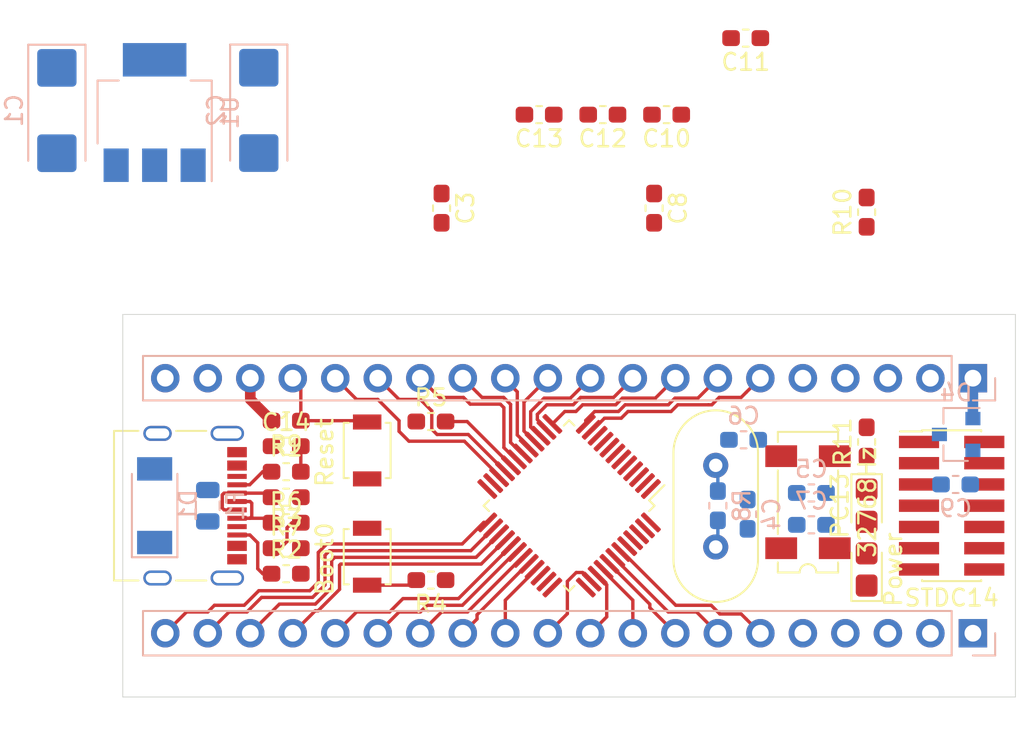
<source format=kicad_pcb>
(kicad_pcb (version 20171130) (host pcbnew "(5.1.5)-3")

  (general
    (thickness 1.6)
    (drawings 4)
    (tracks 214)
    (zones 0)
    (modules 40)
    (nets 61)
  )

  (page A4)
  (layers
    (0 F.Cu signal)
    (31 B.Cu signal)
    (32 B.Adhes user)
    (33 F.Adhes user)
    (34 B.Paste user)
    (35 F.Paste user)
    (36 B.SilkS user)
    (37 F.SilkS user)
    (38 B.Mask user)
    (39 F.Mask user)
    (40 Dwgs.User user)
    (41 Cmts.User user)
    (42 Eco1.User user)
    (43 Eco2.User user)
    (44 Edge.Cuts user)
    (45 Margin user)
    (46 B.CrtYd user)
    (47 F.CrtYd user)
    (48 B.Fab user)
    (49 F.Fab user)
  )

  (setup
    (last_trace_width 0.2)
    (trace_clearance 0.2)
    (zone_clearance 0.508)
    (zone_45_only no)
    (trace_min 0.2)
    (via_size 0.8)
    (via_drill 0.4)
    (via_min_size 0.4)
    (via_min_drill 0.3)
    (uvia_size 0.3)
    (uvia_drill 0.1)
    (uvias_allowed no)
    (uvia_min_size 0.2)
    (uvia_min_drill 0.1)
    (edge_width 0.05)
    (segment_width 0.2)
    (pcb_text_width 0.3)
    (pcb_text_size 1.5 1.5)
    (mod_edge_width 0.12)
    (mod_text_size 1 1)
    (mod_text_width 0.15)
    (pad_size 1.524 1.524)
    (pad_drill 0.762)
    (pad_to_mask_clearance 0.051)
    (solder_mask_min_width 0.25)
    (aux_axis_origin 0 0)
    (visible_elements 7FFFFFFF)
    (pcbplotparams
      (layerselection 0x010fc_ffffffff)
      (usegerberextensions false)
      (usegerberattributes false)
      (usegerberadvancedattributes false)
      (creategerberjobfile false)
      (excludeedgelayer true)
      (linewidth 0.100000)
      (plotframeref false)
      (viasonmask false)
      (mode 1)
      (useauxorigin false)
      (hpglpennumber 1)
      (hpglpenspeed 20)
      (hpglpendiameter 15.000000)
      (psnegative false)
      (psa4output false)
      (plotreference true)
      (plotvalue true)
      (plotinvisibletext false)
      (padsonsilk false)
      (subtractmaskfromsilk false)
      (outputformat 1)
      (mirror false)
      (drillshape 1)
      (scaleselection 1)
      (outputdirectory ""))
  )

  (net 0 "")
  (net 1 GNDREF)
  (net 2 +5V)
  (net 3 +3V3)
  (net 4 BOOT0)
  (net 5 OSCIN)
  (net 6 PC14)
  (net 7 OSCOUT)
  (net 8 PC15)
  (net 9 NRST)
  (net 10 VBAT_Protected)
  (net 11 VBUS)
  (net 12 "Net-(D2-Pad1)")
  (net 13 "Net-(D3-Pad1)")
  (net 14 +BATT)
  (net 15 "Net-(J1-PadB5)")
  (net 16 D+)
  (net 17 "Net-(J1-PadA8)")
  (net 18 "Net-(J1-PadA5)")
  (net 19 "Net-(J1-PadB8)")
  (net 20 D-)
  (net 21 PB12)
  (net 22 PB13)
  (net 23 PB14)
  (net 24 PB15)
  (net 25 PA8)
  (net 26 PA9)
  (net 27 PA10)
  (net 28 PA11)
  (net 29 PA12)
  (net 30 PA15)
  (net 31 PB3)
  (net 32 PB4)
  (net 33 PB5)
  (net 34 PB6)
  (net 35 PB7)
  (net 36 PB8)
  (net 37 PB9)
  (net 38 PA14)
  (net 39 PA13)
  (net 40 PC13)
  (net 41 PA0)
  (net 42 PA1)
  (net 43 PA2)
  (net 44 PA3)
  (net 45 PA4)
  (net 46 PA5)
  (net 47 PA6)
  (net 48 PA7)
  (net 49 PB0)
  (net 50 PB1)
  (net 51 PB10)
  (net 52 PB11)
  (net 53 BOOT1)
  (net 54 "Net-(Y2-Pad3)")
  (net 55 "Net-(Y2-Pad2)")
  (net 56 "Net-(J3-Pad10)")
  (net 57 "Net-(J3-Pad9)")
  (net 58 "Net-(J3-Pad2)")
  (net 59 "Net-(J3-Pad1)")
  (net 60 "Net-(D1-Pad2)")

  (net_class Default "This is the default net class."
    (clearance 0.2)
    (trace_width 0.2)
    (via_dia 0.8)
    (via_drill 0.4)
    (uvia_dia 0.3)
    (uvia_drill 0.1)
    (add_net +3V3)
    (add_net +BATT)
    (add_net BOOT0)
    (add_net BOOT1)
    (add_net D+)
    (add_net D-)
    (add_net GNDREF)
    (add_net NRST)
    (add_net "Net-(D1-Pad2)")
    (add_net "Net-(D2-Pad1)")
    (add_net "Net-(D3-Pad1)")
    (add_net "Net-(J1-PadA5)")
    (add_net "Net-(J1-PadA8)")
    (add_net "Net-(J1-PadB5)")
    (add_net "Net-(J1-PadB8)")
    (add_net "Net-(J3-Pad1)")
    (add_net "Net-(J3-Pad10)")
    (add_net "Net-(J3-Pad2)")
    (add_net "Net-(J3-Pad9)")
    (add_net "Net-(Y2-Pad2)")
    (add_net "Net-(Y2-Pad3)")
    (add_net OSCIN)
    (add_net OSCOUT)
    (add_net PA0)
    (add_net PA1)
    (add_net PA10)
    (add_net PA11)
    (add_net PA12)
    (add_net PA13)
    (add_net PA14)
    (add_net PA15)
    (add_net PA2)
    (add_net PA3)
    (add_net PA4)
    (add_net PA5)
    (add_net PA6)
    (add_net PA7)
    (add_net PA8)
    (add_net PA9)
    (add_net PB0)
    (add_net PB1)
    (add_net PB10)
    (add_net PB11)
    (add_net PB12)
    (add_net PB13)
    (add_net PB14)
    (add_net PB15)
    (add_net PB3)
    (add_net PB4)
    (add_net PB5)
    (add_net PB6)
    (add_net PB7)
    (add_net PB8)
    (add_net PB9)
    (add_net PC13)
    (add_net PC14)
    (add_net PC15)
    (add_net VBAT_Protected)
    (add_net VBUS)
  )

  (net_class Power ""
    (clearance 0.635)
    (trace_width 0.635)
    (via_dia 0.8)
    (via_drill 0.4)
    (uvia_dia 0.3)
    (uvia_drill 0.1)
    (add_net +5V)
  )

  (module Connector_PinHeader_2.54mm:PinHeader_1x20_P2.54mm_Vertical (layer B.Cu) (tedit 59FED5CC) (tstamp 5E156F47)
    (at 177.8 130.81 90)
    (descr "Through hole straight pin header, 1x20, 2.54mm pitch, single row")
    (tags "Through hole pin header THT 1x20 2.54mm single row")
    (path /5DEFA97C)
    (fp_text reference J4 (at 0 2.33 90) (layer B.SilkS) hide
      (effects (font (size 1 1) (thickness 0.15)) (justify mirror))
    )
    (fp_text value "Right Castellation" (at 0 -50.59 90) (layer B.Fab)
      (effects (font (size 1 1) (thickness 0.15)) (justify mirror))
    )
    (fp_text user %R (at 0 -24.13 180) (layer B.Fab)
      (effects (font (size 1 1) (thickness 0.15)) (justify mirror))
    )
    (fp_line (start 1.8 1.8) (end -1.8 1.8) (layer B.CrtYd) (width 0.05))
    (fp_line (start 1.8 -50.05) (end 1.8 1.8) (layer B.CrtYd) (width 0.05))
    (fp_line (start -1.8 -50.05) (end 1.8 -50.05) (layer B.CrtYd) (width 0.05))
    (fp_line (start -1.8 1.8) (end -1.8 -50.05) (layer B.CrtYd) (width 0.05))
    (fp_line (start -1.33 1.33) (end 0 1.33) (layer B.SilkS) (width 0.12))
    (fp_line (start -1.33 0) (end -1.33 1.33) (layer B.SilkS) (width 0.12))
    (fp_line (start -1.33 -1.27) (end 1.33 -1.27) (layer B.SilkS) (width 0.12))
    (fp_line (start 1.33 -1.27) (end 1.33 -49.59) (layer B.SilkS) (width 0.12))
    (fp_line (start -1.33 -1.27) (end -1.33 -49.59) (layer B.SilkS) (width 0.12))
    (fp_line (start -1.33 -49.59) (end 1.33 -49.59) (layer B.SilkS) (width 0.12))
    (fp_line (start -1.27 0.635) (end -0.635 1.27) (layer B.Fab) (width 0.1))
    (fp_line (start -1.27 -49.53) (end -1.27 0.635) (layer B.Fab) (width 0.1))
    (fp_line (start 1.27 -49.53) (end -1.27 -49.53) (layer B.Fab) (width 0.1))
    (fp_line (start 1.27 1.27) (end 1.27 -49.53) (layer B.Fab) (width 0.1))
    (fp_line (start -0.635 1.27) (end 1.27 1.27) (layer B.Fab) (width 0.1))
    (pad 20 thru_hole oval (at 0 -48.26 90) (size 1.7 1.7) (drill 1) (layers *.Cu *.Mask)
      (net 1 GNDREF))
    (pad 19 thru_hole oval (at 0 -45.72 90) (size 1.7 1.7) (drill 1) (layers *.Cu *.Mask)
      (net 1 GNDREF))
    (pad 18 thru_hole oval (at 0 -43.18 90) (size 1.7 1.7) (drill 1) (layers *.Cu *.Mask)
      (net 3 +3V3))
    (pad 17 thru_hole oval (at 0 -40.64 90) (size 1.7 1.7) (drill 1) (layers *.Cu *.Mask)
      (net 9 NRST))
    (pad 16 thru_hole oval (at 0 -38.1 90) (size 1.7 1.7) (drill 1) (layers *.Cu *.Mask)
      (net 52 PB11))
    (pad 15 thru_hole oval (at 0 -35.56 90) (size 1.7 1.7) (drill 1) (layers *.Cu *.Mask)
      (net 51 PB10))
    (pad 14 thru_hole oval (at 0 -33.02 90) (size 1.7 1.7) (drill 1) (layers *.Cu *.Mask)
      (net 50 PB1))
    (pad 13 thru_hole oval (at 0 -30.48 90) (size 1.7 1.7) (drill 1) (layers *.Cu *.Mask)
      (net 49 PB0))
    (pad 12 thru_hole oval (at 0 -27.94 90) (size 1.7 1.7) (drill 1) (layers *.Cu *.Mask)
      (net 48 PA7))
    (pad 11 thru_hole oval (at 0 -25.4 90) (size 1.7 1.7) (drill 1) (layers *.Cu *.Mask)
      (net 47 PA6))
    (pad 10 thru_hole oval (at 0 -22.86 90) (size 1.7 1.7) (drill 1) (layers *.Cu *.Mask)
      (net 46 PA5))
    (pad 9 thru_hole oval (at 0 -20.32 90) (size 1.7 1.7) (drill 1) (layers *.Cu *.Mask)
      (net 45 PA4))
    (pad 8 thru_hole oval (at 0 -17.78 90) (size 1.7 1.7) (drill 1) (layers *.Cu *.Mask)
      (net 44 PA3))
    (pad 7 thru_hole oval (at 0 -15.24 90) (size 1.7 1.7) (drill 1) (layers *.Cu *.Mask)
      (net 43 PA2))
    (pad 6 thru_hole oval (at 0 -12.7 90) (size 1.7 1.7) (drill 1) (layers *.Cu *.Mask)
      (net 42 PA1))
    (pad 5 thru_hole oval (at 0 -10.16 90) (size 1.7 1.7) (drill 1) (layers *.Cu *.Mask)
      (net 41 PA0))
    (pad 4 thru_hole oval (at 0 -7.62 90) (size 1.7 1.7) (drill 1) (layers *.Cu *.Mask)
      (net 8 PC15))
    (pad 3 thru_hole oval (at 0 -5.08 90) (size 1.7 1.7) (drill 1) (layers *.Cu *.Mask)
      (net 6 PC14))
    (pad 2 thru_hole oval (at 0 -2.54 90) (size 1.7 1.7) (drill 1) (layers *.Cu *.Mask)
      (net 40 PC13))
    (pad 1 thru_hole rect (at 0 0 90) (size 1.7 1.7) (drill 1) (layers *.Cu *.Mask)
      (net 14 +BATT))
    (model ${KISYS3DMOD}/Connector_PinHeader_2.54mm.3dshapes/PinHeader_1x20_P2.54mm_Vertical.wrl
      (at (xyz 0 0 0))
      (scale (xyz 1 1 1))
      (rotate (xyz 0 0 0))
    )
  )

  (module Button_Switch_SMD:SW_SPST_B3U-1000P (layer F.Cu) (tedit 5A02FC95) (tstamp 5E157018)
    (at 141.605 141.478 270)
    (descr "Ultra-small-sized Tactile Switch with High Contact Reliability, Top-actuated Model, without Ground Terminal, without Boss")
    (tags "Tactile Switch")
    (path /5DEE4C8B)
    (attr smd)
    (fp_text reference SW1 (at 0 -2.5 90) (layer F.SilkS) hide
      (effects (font (size 1 1) (thickness 0.15)))
    )
    (fp_text value Boot0 (at 0.127 2.54 90) (layer F.SilkS)
      (effects (font (size 1 1) (thickness 0.15)))
    )
    (fp_circle (center 0 0) (end 0.75 0) (layer F.Fab) (width 0.1))
    (fp_line (start -1.5 1.25) (end -1.5 -1.25) (layer F.Fab) (width 0.1))
    (fp_line (start 1.5 1.25) (end -1.5 1.25) (layer F.Fab) (width 0.1))
    (fp_line (start 1.5 -1.25) (end 1.5 1.25) (layer F.Fab) (width 0.1))
    (fp_line (start -1.5 -1.25) (end 1.5 -1.25) (layer F.Fab) (width 0.1))
    (fp_line (start 1.65 -1.4) (end 1.65 -1.1) (layer F.SilkS) (width 0.12))
    (fp_line (start -1.65 -1.4) (end 1.65 -1.4) (layer F.SilkS) (width 0.12))
    (fp_line (start -1.65 -1.1) (end -1.65 -1.4) (layer F.SilkS) (width 0.12))
    (fp_line (start 1.65 1.4) (end 1.65 1.1) (layer F.SilkS) (width 0.12))
    (fp_line (start -1.65 1.4) (end 1.65 1.4) (layer F.SilkS) (width 0.12))
    (fp_line (start -1.65 1.1) (end -1.65 1.4) (layer F.SilkS) (width 0.12))
    (fp_line (start -2.4 -1.65) (end -2.4 1.65) (layer F.CrtYd) (width 0.05))
    (fp_line (start 2.4 -1.65) (end -2.4 -1.65) (layer F.CrtYd) (width 0.05))
    (fp_line (start 2.4 1.65) (end 2.4 -1.65) (layer F.CrtYd) (width 0.05))
    (fp_line (start -2.4 1.65) (end 2.4 1.65) (layer F.CrtYd) (width 0.05))
    (fp_text user %R (at 0 -2.5 90) (layer F.SilkS) hide
      (effects (font (size 1 1) (thickness 0.15)))
    )
    (pad 2 smd rect (at 1.7 0 270) (size 0.9 1.7) (layers F.Cu F.Paste F.Mask)
      (net 4 BOOT0))
    (pad 1 smd rect (at -1.7 0 270) (size 0.9 1.7) (layers F.Cu F.Paste F.Mask)
      (net 3 +3V3))
    (model ${KISYS3DMOD}/Button_Switch_SMD.3dshapes/SW_SPST_B3U-1000P.wrl
      (at (xyz 0 0 0))
      (scale (xyz 1 1 1))
      (rotate (xyz 0 0 0))
    )
  )

  (module Fuse:Fuse_0805_2012Metric (layer B.Cu) (tedit 5B36C52C) (tstamp 5E2A38AC)
    (at 132.08 138.43 90)
    (descr "Fuse SMD 0805 (2012 Metric), square (rectangular) end terminal, IPC_7351 nominal, (Body size source: https://docs.google.com/spreadsheets/d/1BsfQQcO9C6DZCsRaXUlFlo91Tg2WpOkGARC1WS5S8t0/edit?usp=sharing), generated with kicad-footprint-generator")
    (tags resistor)
    (path /5E2D46C7)
    (attr smd)
    (fp_text reference F1 (at 0 1.65 90) (layer B.SilkS)
      (effects (font (size 1 1) (thickness 0.15)) (justify mirror))
    )
    (fp_text value 1A (at 0 -1.65 90) (layer B.Fab)
      (effects (font (size 1 1) (thickness 0.15)) (justify mirror))
    )
    (fp_text user %R (at 0 0 90) (layer B.Fab)
      (effects (font (size 0.5 0.5) (thickness 0.08)) (justify mirror))
    )
    (fp_line (start 1.68 -0.95) (end -1.68 -0.95) (layer B.CrtYd) (width 0.05))
    (fp_line (start 1.68 0.95) (end 1.68 -0.95) (layer B.CrtYd) (width 0.05))
    (fp_line (start -1.68 0.95) (end 1.68 0.95) (layer B.CrtYd) (width 0.05))
    (fp_line (start -1.68 -0.95) (end -1.68 0.95) (layer B.CrtYd) (width 0.05))
    (fp_line (start -0.258578 -0.71) (end 0.258578 -0.71) (layer B.SilkS) (width 0.12))
    (fp_line (start -0.258578 0.71) (end 0.258578 0.71) (layer B.SilkS) (width 0.12))
    (fp_line (start 1 -0.6) (end -1 -0.6) (layer B.Fab) (width 0.1))
    (fp_line (start 1 0.6) (end 1 -0.6) (layer B.Fab) (width 0.1))
    (fp_line (start -1 0.6) (end 1 0.6) (layer B.Fab) (width 0.1))
    (fp_line (start -1 -0.6) (end -1 0.6) (layer B.Fab) (width 0.1))
    (pad 2 smd roundrect (at 0.9375 0 90) (size 0.975 1.4) (layers B.Cu B.Paste B.Mask) (roundrect_rratio 0.25)
      (net 11 VBUS))
    (pad 1 smd roundrect (at -0.9375 0 90) (size 0.975 1.4) (layers B.Cu B.Paste B.Mask) (roundrect_rratio 0.25)
      (net 60 "Net-(D1-Pad2)"))
    (model ${KISYS3DMOD}/Fuse.3dshapes/Fuse_0805_2012Metric.wrl
      (at (xyz 0 0 0))
      (scale (xyz 1 1 1))
      (rotate (xyz 0 0 0))
    )
  )

  (module Capacitor_SMD:C_0603_1608Metric_Pad1.05x0.95mm_HandSolder (layer F.Cu) (tedit 5B301BBE) (tstamp 5E27BDE3)
    (at 136.765 134.874)
    (descr "Capacitor SMD 0603 (1608 Metric), square (rectangular) end terminal, IPC_7351 nominal with elongated pad for handsoldering. (Body size source: http://www.tortai-tech.com/upload/download/2011102023233369053.pdf), generated with kicad-footprint-generator")
    (tags "capacitor handsolder")
    (path /5E28D22C)
    (attr smd)
    (fp_text reference C14 (at 0 -1.43) (layer F.SilkS)
      (effects (font (size 1 1) (thickness 0.15)))
    )
    (fp_text value 100n (at 0 1.43) (layer F.Fab)
      (effects (font (size 1 1) (thickness 0.15)))
    )
    (fp_text user %R (at 0 0) (layer F.Fab)
      (effects (font (size 0.4 0.4) (thickness 0.06)))
    )
    (fp_line (start 1.65 0.73) (end -1.65 0.73) (layer F.CrtYd) (width 0.05))
    (fp_line (start 1.65 -0.73) (end 1.65 0.73) (layer F.CrtYd) (width 0.05))
    (fp_line (start -1.65 -0.73) (end 1.65 -0.73) (layer F.CrtYd) (width 0.05))
    (fp_line (start -1.65 0.73) (end -1.65 -0.73) (layer F.CrtYd) (width 0.05))
    (fp_line (start -0.171267 0.51) (end 0.171267 0.51) (layer F.SilkS) (width 0.12))
    (fp_line (start -0.171267 -0.51) (end 0.171267 -0.51) (layer F.SilkS) (width 0.12))
    (fp_line (start 0.8 0.4) (end -0.8 0.4) (layer F.Fab) (width 0.1))
    (fp_line (start 0.8 -0.4) (end 0.8 0.4) (layer F.Fab) (width 0.1))
    (fp_line (start -0.8 -0.4) (end 0.8 -0.4) (layer F.Fab) (width 0.1))
    (fp_line (start -0.8 0.4) (end -0.8 -0.4) (layer F.Fab) (width 0.1))
    (pad 2 smd roundrect (at 0.875 0) (size 1.05 0.95) (layers F.Cu F.Paste F.Mask) (roundrect_rratio 0.25)
      (net 1 GNDREF))
    (pad 1 smd roundrect (at -0.875 0) (size 1.05 0.95) (layers F.Cu F.Paste F.Mask) (roundrect_rratio 0.25)
      (net 11 VBUS))
    (model ${KISYS3DMOD}/Capacitor_SMD.3dshapes/C_0603_1608Metric.wrl
      (at (xyz 0 0 0))
      (scale (xyz 1 1 1))
      (rotate (xyz 0 0 0))
    )
  )

  (module Connector_PinHeader_2.54mm:PinHeader_1x20_P2.54mm_Vertical (layer B.Cu) (tedit 59FED5CC) (tstamp 5E156EE2)
    (at 177.8 146.05 90)
    (descr "Through hole straight pin header, 1x20, 2.54mm pitch, single row")
    (tags "Through hole pin header THT 1x20 2.54mm single row")
    (path /5DEFD8E5)
    (fp_text reference J2 (at 0 2.33 90) (layer B.SilkS) hide
      (effects (font (size 1 1) (thickness 0.15)) (justify mirror))
    )
    (fp_text value "Left Castellation" (at 0 -50.59 90) (layer B.Fab)
      (effects (font (size 1 1) (thickness 0.15)) (justify mirror))
    )
    (fp_text user %R (at 0 -24.13 180) (layer B.Fab)
      (effects (font (size 1 1) (thickness 0.15)) (justify mirror))
    )
    (fp_line (start 1.8 1.8) (end -1.8 1.8) (layer B.CrtYd) (width 0.05))
    (fp_line (start 1.8 -50.05) (end 1.8 1.8) (layer B.CrtYd) (width 0.05))
    (fp_line (start -1.8 -50.05) (end 1.8 -50.05) (layer B.CrtYd) (width 0.05))
    (fp_line (start -1.8 1.8) (end -1.8 -50.05) (layer B.CrtYd) (width 0.05))
    (fp_line (start -1.33 1.33) (end 0 1.33) (layer B.SilkS) (width 0.12))
    (fp_line (start -1.33 0) (end -1.33 1.33) (layer B.SilkS) (width 0.12))
    (fp_line (start -1.33 -1.27) (end 1.33 -1.27) (layer B.SilkS) (width 0.12))
    (fp_line (start 1.33 -1.27) (end 1.33 -49.59) (layer B.SilkS) (width 0.12))
    (fp_line (start -1.33 -1.27) (end -1.33 -49.59) (layer B.SilkS) (width 0.12))
    (fp_line (start -1.33 -49.59) (end 1.33 -49.59) (layer B.SilkS) (width 0.12))
    (fp_line (start -1.27 0.635) (end -0.635 1.27) (layer B.Fab) (width 0.1))
    (fp_line (start -1.27 -49.53) (end -1.27 0.635) (layer B.Fab) (width 0.1))
    (fp_line (start 1.27 -49.53) (end -1.27 -49.53) (layer B.Fab) (width 0.1))
    (fp_line (start 1.27 1.27) (end 1.27 -49.53) (layer B.Fab) (width 0.1))
    (fp_line (start -0.635 1.27) (end 1.27 1.27) (layer B.Fab) (width 0.1))
    (pad 20 thru_hole oval (at 0 -48.26 90) (size 1.7 1.7) (drill 1) (layers *.Cu *.Mask)
      (net 21 PB12))
    (pad 19 thru_hole oval (at 0 -45.72 90) (size 1.7 1.7) (drill 1) (layers *.Cu *.Mask)
      (net 22 PB13))
    (pad 18 thru_hole oval (at 0 -43.18 90) (size 1.7 1.7) (drill 1) (layers *.Cu *.Mask)
      (net 23 PB14))
    (pad 17 thru_hole oval (at 0 -40.64 90) (size 1.7 1.7) (drill 1) (layers *.Cu *.Mask)
      (net 24 PB15))
    (pad 16 thru_hole oval (at 0 -38.1 90) (size 1.7 1.7) (drill 1) (layers *.Cu *.Mask)
      (net 25 PA8))
    (pad 15 thru_hole oval (at 0 -35.56 90) (size 1.7 1.7) (drill 1) (layers *.Cu *.Mask)
      (net 26 PA9))
    (pad 14 thru_hole oval (at 0 -33.02 90) (size 1.7 1.7) (drill 1) (layers *.Cu *.Mask)
      (net 27 PA10))
    (pad 13 thru_hole oval (at 0 -30.48 90) (size 1.7 1.7) (drill 1) (layers *.Cu *.Mask)
      (net 28 PA11))
    (pad 12 thru_hole oval (at 0 -27.94 90) (size 1.7 1.7) (drill 1) (layers *.Cu *.Mask)
      (net 29 PA12))
    (pad 11 thru_hole oval (at 0 -25.4 90) (size 1.7 1.7) (drill 1) (layers *.Cu *.Mask)
      (net 30 PA15))
    (pad 10 thru_hole oval (at 0 -22.86 90) (size 1.7 1.7) (drill 1) (layers *.Cu *.Mask)
      (net 31 PB3))
    (pad 9 thru_hole oval (at 0 -20.32 90) (size 1.7 1.7) (drill 1) (layers *.Cu *.Mask)
      (net 32 PB4))
    (pad 8 thru_hole oval (at 0 -17.78 90) (size 1.7 1.7) (drill 1) (layers *.Cu *.Mask)
      (net 33 PB5))
    (pad 7 thru_hole oval (at 0 -15.24 90) (size 1.7 1.7) (drill 1) (layers *.Cu *.Mask)
      (net 34 PB6))
    (pad 6 thru_hole oval (at 0 -12.7 90) (size 1.7 1.7) (drill 1) (layers *.Cu *.Mask)
      (net 35 PB7))
    (pad 5 thru_hole oval (at 0 -10.16 90) (size 1.7 1.7) (drill 1) (layers *.Cu *.Mask)
      (net 36 PB8))
    (pad 4 thru_hole oval (at 0 -7.62 90) (size 1.7 1.7) (drill 1) (layers *.Cu *.Mask)
      (net 37 PB9))
    (pad 3 thru_hole oval (at 0 -5.08 90) (size 1.7 1.7) (drill 1) (layers *.Cu *.Mask)
      (net 2 +5V))
    (pad 2 thru_hole oval (at 0 -2.54 90) (size 1.7 1.7) (drill 1) (layers *.Cu *.Mask)
      (net 1 GNDREF))
    (pad 1 thru_hole rect (at 0 0 90) (size 1.7 1.7) (drill 1) (layers *.Cu *.Mask)
      (net 3 +3V3))
    (model ${KISYS3DMOD}/Connector_PinHeader_2.54mm.3dshapes/PinHeader_1x20_P2.54mm_Vertical.wrl
      (at (xyz 0 0 0))
      (scale (xyz 1 1 1))
      (rotate (xyz 0 0 0))
    )
  )

  (module Connector_PinHeader_1.27mm:PinHeader_2x07_P1.27mm_Vertical_SMD (layer F.Cu) (tedit 59FED6E3) (tstamp 5E165628)
    (at 176.53 138.43)
    (descr "surface-mounted straight pin header, 2x07, 1.27mm pitch, double rows")
    (tags "Surface mounted pin header SMD 2x07 1.27mm double row")
    (path /5E19328C)
    (attr smd)
    (fp_text reference J3 (at 0 -5.505) (layer F.SilkS) hide
      (effects (font (size 1 1) (thickness 0.15)))
    )
    (fp_text value STDC14 (at 0 5.505) (layer F.SilkS)
      (effects (font (size 1 1) (thickness 0.15)))
    )
    (fp_text user %R (at 0 0 90) (layer F.Fab)
      (effects (font (size 1 1) (thickness 0.15)))
    )
    (fp_line (start 4.3 -4.95) (end -4.3 -4.95) (layer F.CrtYd) (width 0.05))
    (fp_line (start 4.3 4.95) (end 4.3 -4.95) (layer F.CrtYd) (width 0.05))
    (fp_line (start -4.3 4.95) (end 4.3 4.95) (layer F.CrtYd) (width 0.05))
    (fp_line (start -4.3 -4.95) (end -4.3 4.95) (layer F.CrtYd) (width 0.05))
    (fp_line (start 1.765 4.44) (end 1.765 4.505) (layer F.SilkS) (width 0.12))
    (fp_line (start -1.765 4.44) (end -1.765 4.505) (layer F.SilkS) (width 0.12))
    (fp_line (start 1.765 -4.505) (end 1.765 -4.44) (layer F.SilkS) (width 0.12))
    (fp_line (start -1.765 -4.505) (end -1.765 -4.44) (layer F.SilkS) (width 0.12))
    (fp_line (start -3.09 -4.44) (end -1.765 -4.44) (layer F.SilkS) (width 0.12))
    (fp_line (start -1.765 4.505) (end 1.765 4.505) (layer F.SilkS) (width 0.12))
    (fp_line (start -1.765 -4.505) (end 1.765 -4.505) (layer F.SilkS) (width 0.12))
    (fp_line (start 2.75 4.01) (end 1.705 4.01) (layer F.Fab) (width 0.1))
    (fp_line (start 2.75 3.61) (end 2.75 4.01) (layer F.Fab) (width 0.1))
    (fp_line (start 1.705 3.61) (end 2.75 3.61) (layer F.Fab) (width 0.1))
    (fp_line (start -2.75 4.01) (end -1.705 4.01) (layer F.Fab) (width 0.1))
    (fp_line (start -2.75 3.61) (end -2.75 4.01) (layer F.Fab) (width 0.1))
    (fp_line (start -1.705 3.61) (end -2.75 3.61) (layer F.Fab) (width 0.1))
    (fp_line (start 2.75 2.74) (end 1.705 2.74) (layer F.Fab) (width 0.1))
    (fp_line (start 2.75 2.34) (end 2.75 2.74) (layer F.Fab) (width 0.1))
    (fp_line (start 1.705 2.34) (end 2.75 2.34) (layer F.Fab) (width 0.1))
    (fp_line (start -2.75 2.74) (end -1.705 2.74) (layer F.Fab) (width 0.1))
    (fp_line (start -2.75 2.34) (end -2.75 2.74) (layer F.Fab) (width 0.1))
    (fp_line (start -1.705 2.34) (end -2.75 2.34) (layer F.Fab) (width 0.1))
    (fp_line (start 2.75 1.47) (end 1.705 1.47) (layer F.Fab) (width 0.1))
    (fp_line (start 2.75 1.07) (end 2.75 1.47) (layer F.Fab) (width 0.1))
    (fp_line (start 1.705 1.07) (end 2.75 1.07) (layer F.Fab) (width 0.1))
    (fp_line (start -2.75 1.47) (end -1.705 1.47) (layer F.Fab) (width 0.1))
    (fp_line (start -2.75 1.07) (end -2.75 1.47) (layer F.Fab) (width 0.1))
    (fp_line (start -1.705 1.07) (end -2.75 1.07) (layer F.Fab) (width 0.1))
    (fp_line (start 2.75 0.2) (end 1.705 0.2) (layer F.Fab) (width 0.1))
    (fp_line (start 2.75 -0.2) (end 2.75 0.2) (layer F.Fab) (width 0.1))
    (fp_line (start 1.705 -0.2) (end 2.75 -0.2) (layer F.Fab) (width 0.1))
    (fp_line (start -2.75 0.2) (end -1.705 0.2) (layer F.Fab) (width 0.1))
    (fp_line (start -2.75 -0.2) (end -2.75 0.2) (layer F.Fab) (width 0.1))
    (fp_line (start -1.705 -0.2) (end -2.75 -0.2) (layer F.Fab) (width 0.1))
    (fp_line (start 2.75 -1.07) (end 1.705 -1.07) (layer F.Fab) (width 0.1))
    (fp_line (start 2.75 -1.47) (end 2.75 -1.07) (layer F.Fab) (width 0.1))
    (fp_line (start 1.705 -1.47) (end 2.75 -1.47) (layer F.Fab) (width 0.1))
    (fp_line (start -2.75 -1.07) (end -1.705 -1.07) (layer F.Fab) (width 0.1))
    (fp_line (start -2.75 -1.47) (end -2.75 -1.07) (layer F.Fab) (width 0.1))
    (fp_line (start -1.705 -1.47) (end -2.75 -1.47) (layer F.Fab) (width 0.1))
    (fp_line (start 2.75 -2.34) (end 1.705 -2.34) (layer F.Fab) (width 0.1))
    (fp_line (start 2.75 -2.74) (end 2.75 -2.34) (layer F.Fab) (width 0.1))
    (fp_line (start 1.705 -2.74) (end 2.75 -2.74) (layer F.Fab) (width 0.1))
    (fp_line (start -2.75 -2.34) (end -1.705 -2.34) (layer F.Fab) (width 0.1))
    (fp_line (start -2.75 -2.74) (end -2.75 -2.34) (layer F.Fab) (width 0.1))
    (fp_line (start -1.705 -2.74) (end -2.75 -2.74) (layer F.Fab) (width 0.1))
    (fp_line (start 2.75 -3.61) (end 1.705 -3.61) (layer F.Fab) (width 0.1))
    (fp_line (start 2.75 -4.01) (end 2.75 -3.61) (layer F.Fab) (width 0.1))
    (fp_line (start 1.705 -4.01) (end 2.75 -4.01) (layer F.Fab) (width 0.1))
    (fp_line (start -2.75 -3.61) (end -1.705 -3.61) (layer F.Fab) (width 0.1))
    (fp_line (start -2.75 -4.01) (end -2.75 -3.61) (layer F.Fab) (width 0.1))
    (fp_line (start -1.705 -4.01) (end -2.75 -4.01) (layer F.Fab) (width 0.1))
    (fp_line (start 1.705 -4.445) (end 1.705 4.445) (layer F.Fab) (width 0.1))
    (fp_line (start -1.705 -4.01) (end -1.27 -4.445) (layer F.Fab) (width 0.1))
    (fp_line (start -1.705 4.445) (end -1.705 -4.01) (layer F.Fab) (width 0.1))
    (fp_line (start -1.27 -4.445) (end 1.705 -4.445) (layer F.Fab) (width 0.1))
    (fp_line (start 1.705 4.445) (end -1.705 4.445) (layer F.Fab) (width 0.1))
    (pad 14 smd rect (at 1.95 3.81) (size 2.4 0.74) (layers F.Cu F.Paste F.Mask)
      (net 26 PA9))
    (pad 13 smd rect (at -1.95 3.81) (size 2.4 0.74) (layers F.Cu F.Paste F.Mask)
      (net 27 PA10))
    (pad 12 smd rect (at 1.95 2.54) (size 2.4 0.74) (layers F.Cu F.Paste F.Mask)
      (net 9 NRST))
    (pad 11 smd rect (at -1.95 2.54) (size 2.4 0.74) (layers F.Cu F.Paste F.Mask)
      (net 1 GNDREF))
    (pad 10 smd rect (at 1.95 1.27) (size 2.4 0.74) (layers F.Cu F.Paste F.Mask)
      (net 56 "Net-(J3-Pad10)"))
    (pad 9 smd rect (at -1.95 1.27) (size 2.4 0.74) (layers F.Cu F.Paste F.Mask)
      (net 57 "Net-(J3-Pad9)"))
    (pad 8 smd rect (at 1.95 0) (size 2.4 0.74) (layers F.Cu F.Paste F.Mask)
      (net 31 PB3))
    (pad 7 smd rect (at -1.95 0) (size 2.4 0.74) (layers F.Cu F.Paste F.Mask)
      (net 1 GNDREF))
    (pad 6 smd rect (at 1.95 -1.27) (size 2.4 0.74) (layers F.Cu F.Paste F.Mask)
      (net 38 PA14))
    (pad 5 smd rect (at -1.95 -1.27) (size 2.4 0.74) (layers F.Cu F.Paste F.Mask)
      (net 1 GNDREF))
    (pad 4 smd rect (at 1.95 -2.54) (size 2.4 0.74) (layers F.Cu F.Paste F.Mask)
      (net 39 PA13))
    (pad 3 smd rect (at -1.95 -2.54) (size 2.4 0.74) (layers F.Cu F.Paste F.Mask)
      (net 3 +3V3))
    (pad 2 smd rect (at 1.95 -3.81) (size 2.4 0.74) (layers F.Cu F.Paste F.Mask)
      (net 58 "Net-(J3-Pad2)"))
    (pad 1 smd rect (at -1.95 -3.81) (size 2.4 0.74) (layers F.Cu F.Paste F.Mask)
      (net 59 "Net-(J3-Pad1)"))
    (model ${KISYS3DMOD}/Connector_PinHeader_1.27mm.3dshapes/PinHeader_2x07_P1.27mm_Vertical_SMD.wrl
      (at (xyz 0 0 0))
      (scale (xyz 1 1 1))
      (rotate (xyz 0 0 0))
    )
  )

  (module Diode_SMD:D_SOD-128 (layer B.Cu) (tedit 5D3216F4) (tstamp 5E16A5C6)
    (at 128.905 138.43 90)
    (descr "D_SOD-128 (CFP5 SlimSMAW), https://assets.nexperia.com/documents/outline-drawing/SOD128.pdf")
    (tags D_SOD-128)
    (path /5E12857D)
    (attr smd)
    (fp_text reference D1 (at 0 2 90) (layer B.SilkS)
      (effects (font (size 1 1) (thickness 0.15)) (justify mirror))
    )
    (fp_text value 1A (at 0 -2 90) (layer B.Fab)
      (effects (font (size 1 1) (thickness 0.15)) (justify mirror))
    )
    (fp_line (start -3.08 1.36) (end 1.9 1.36) (layer B.SilkS) (width 0.12))
    (fp_line (start -3.08 -1.36) (end 1.9 -1.36) (layer B.SilkS) (width 0.12))
    (fp_line (start -3.15 1.5) (end -3.15 -1.5) (layer B.CrtYd) (width 0.05))
    (fp_line (start 3.15 -1.5) (end -3.15 -1.5) (layer B.CrtYd) (width 0.05))
    (fp_line (start 3.15 1.5) (end 3.15 -1.5) (layer B.CrtYd) (width 0.05))
    (fp_line (start -3.15 1.5) (end 3.15 1.5) (layer B.CrtYd) (width 0.05))
    (fp_line (start -1.9 1.25) (end 1.9 1.25) (layer B.Fab) (width 0.1))
    (fp_line (start 1.9 1.25) (end 1.9 -1.25) (layer B.Fab) (width 0.1))
    (fp_line (start 1.9 -1.25) (end -1.9 -1.25) (layer B.Fab) (width 0.1))
    (fp_line (start -1.9 -1.25) (end -1.9 1.25) (layer B.Fab) (width 0.1))
    (fp_line (start -0.75 0) (end -0.35 0) (layer B.Fab) (width 0.1))
    (fp_line (start -0.35 0) (end -0.35 0.55) (layer B.Fab) (width 0.1))
    (fp_line (start -0.35 0) (end -0.35 -0.55) (layer B.Fab) (width 0.1))
    (fp_line (start -0.35 0) (end 0.25 0.4) (layer B.Fab) (width 0.1))
    (fp_line (start 0.25 0.4) (end 0.25 -0.4) (layer B.Fab) (width 0.1))
    (fp_line (start 0.25 -0.4) (end -0.35 0) (layer B.Fab) (width 0.1))
    (fp_line (start 0.25 0) (end 0.75 0) (layer B.Fab) (width 0.1))
    (fp_line (start -3.08 1.36) (end -3.08 -1.36) (layer B.SilkS) (width 0.12))
    (fp_text user %R (at 0 2 90) (layer B.Fab)
      (effects (font (size 1 1) (thickness 0.15)) (justify mirror))
    )
    (pad 2 smd rect (at 2.2 0 90) (size 1.4 2.1) (layers B.Cu B.Paste B.Mask)
      (net 60 "Net-(D1-Pad2)"))
    (pad 1 smd rect (at -2.2 0 90) (size 1.4 2.1) (layers B.Cu B.Paste B.Mask)
      (net 2 +5V))
    (model ${KISYS3DMOD}/Diode_SMD.3dshapes/D_SOD-128.wrl
      (at (xyz 0 0 0))
      (scale (xyz 1 1 1))
      (rotate (xyz 0 0 0))
    )
  )

  (module Package_TO_SOT_SMD:SOT-23 (layer B.Cu) (tedit 5A02FF57) (tstamp 5E161248)
    (at 176.8 134.173 180)
    (descr "SOT-23, Standard")
    (tags SOT-23)
    (path /5E16540C)
    (attr smd)
    (fp_text reference D4 (at 0 2.5) (layer B.SilkS)
      (effects (font (size 1 1) (thickness 0.15)) (justify mirror))
    )
    (fp_text value BAT54C (at 0 -2.5) (layer B.Fab)
      (effects (font (size 1 1) (thickness 0.15)) (justify mirror))
    )
    (fp_line (start 0.76 -1.58) (end -0.7 -1.58) (layer B.SilkS) (width 0.12))
    (fp_line (start 0.76 1.58) (end -1.4 1.58) (layer B.SilkS) (width 0.12))
    (fp_line (start -1.7 -1.75) (end -1.7 1.75) (layer B.CrtYd) (width 0.05))
    (fp_line (start 1.7 -1.75) (end -1.7 -1.75) (layer B.CrtYd) (width 0.05))
    (fp_line (start 1.7 1.75) (end 1.7 -1.75) (layer B.CrtYd) (width 0.05))
    (fp_line (start -1.7 1.75) (end 1.7 1.75) (layer B.CrtYd) (width 0.05))
    (fp_line (start 0.76 1.58) (end 0.76 0.65) (layer B.SilkS) (width 0.12))
    (fp_line (start 0.76 -1.58) (end 0.76 -0.65) (layer B.SilkS) (width 0.12))
    (fp_line (start -0.7 -1.52) (end 0.7 -1.52) (layer B.Fab) (width 0.1))
    (fp_line (start 0.7 1.52) (end 0.7 -1.52) (layer B.Fab) (width 0.1))
    (fp_line (start -0.7 0.95) (end -0.15 1.52) (layer B.Fab) (width 0.1))
    (fp_line (start -0.15 1.52) (end 0.7 1.52) (layer B.Fab) (width 0.1))
    (fp_line (start -0.7 0.95) (end -0.7 -1.5) (layer B.Fab) (width 0.1))
    (fp_text user %R (at 0 0 270) (layer B.Fab)
      (effects (font (size 0.5 0.5) (thickness 0.075)) (justify mirror))
    )
    (pad 3 smd rect (at 1 0 180) (size 0.9 0.8) (layers B.Cu B.Paste B.Mask)
      (net 10 VBAT_Protected))
    (pad 2 smd rect (at -1 -0.95 180) (size 0.9 0.8) (layers B.Cu B.Paste B.Mask)
      (net 3 +3V3))
    (pad 1 smd rect (at -1 0.95 180) (size 0.9 0.8) (layers B.Cu B.Paste B.Mask)
      (net 14 +BATT))
    (model ${KISYS3DMOD}/Package_TO_SOT_SMD.3dshapes/SOT-23.wrl
      (at (xyz 0 0 0))
      (scale (xyz 1 1 1))
      (rotate (xyz 0 0 0))
    )
  )

  (module Crystal:Crystal_SMD_SeikoEpson_MC306-4Pin_8.0x3.2mm (layer F.Cu) (tedit 5A0FD1B2) (tstamp 5E26626B)
    (at 167.945 138.22 90)
    (descr "SMD Crystal Seiko Epson MC-306 https://support.epson.biz/td/api/doc_check.php?dl=brief_MC-306_en.pdf, 8.0x3.2mm^2 package")
    (tags "SMD SMT crystal")
    (path /5E0FCA9B)
    (attr smd)
    (fp_text reference Y2 (at 0 -3.55 90) (layer F.SilkS) hide
      (effects (font (size 1 1) (thickness 0.15)))
    )
    (fp_text value 32768Hz (at 0 3.55 90) (layer F.SilkS)
      (effects (font (size 1 1) (thickness 0.15)))
    )
    (fp_arc (start -4.2 0) (end -4.2 -0.5) (angle 180) (layer F.SilkS) (width 0.12))
    (fp_arc (start -4 0) (end -4 -0.5) (angle 180) (layer F.Fab) (width 0.1))
    (fp_line (start 4.3 -2.8) (end -4.3 -2.8) (layer F.CrtYd) (width 0.05))
    (fp_line (start 4.3 2.8) (end 4.3 -2.8) (layer F.CrtYd) (width 0.05))
    (fp_line (start -4.3 2.8) (end 4.3 2.8) (layer F.CrtYd) (width 0.05))
    (fp_line (start -4.3 -2.8) (end -4.3 2.8) (layer F.CrtYd) (width 0.05))
    (fp_line (start 1.9 1.8) (end -1.9 1.8) (layer F.SilkS) (width 0.12))
    (fp_line (start -4.2 1.8) (end -3.6 1.8) (layer F.SilkS) (width 0.12))
    (fp_line (start -4.2 -1.8) (end -3.6 -1.8) (layer F.SilkS) (width 0.12))
    (fp_line (start -4.2 1.8) (end -4.2 0.5) (layer F.SilkS) (width 0.12))
    (fp_line (start -4.2 -0.5) (end -4.2 -1.8) (layer F.SilkS) (width 0.12))
    (fp_line (start -1.9 -1.8) (end 1.9 -1.8) (layer F.SilkS) (width 0.12))
    (fp_line (start 4.2 1.8) (end 3.6 1.8) (layer F.SilkS) (width 0.12))
    (fp_line (start 4.2 -1.8) (end 4.2 1.8) (layer F.SilkS) (width 0.12))
    (fp_line (start 3.6 -1.8) (end 4.2 -1.8) (layer F.SilkS) (width 0.12))
    (fp_line (start -4 1.6) (end -4 0.5) (layer F.Fab) (width 0.1))
    (fp_line (start 4 1.6) (end -4 1.6) (layer F.Fab) (width 0.1))
    (fp_line (start 4 -1.6) (end 4 1.6) (layer F.Fab) (width 0.1))
    (fp_line (start -4 -1.6) (end 4 -1.6) (layer F.Fab) (width 0.1))
    (fp_line (start -4 -0.5) (end -4 -1.6) (layer F.Fab) (width 0.1))
    (fp_text user %R (at 0 0 90) (layer F.Fab)
      (effects (font (size 1 1) (thickness 0.15)))
    )
    (pad 4 smd rect (at -2.75 -1.6 90) (size 1.3 1.9) (layers F.Cu F.Paste F.Mask)
      (net 8 PC15))
    (pad 3 smd rect (at 2.75 -1.6 90) (size 1.3 1.9) (layers F.Cu F.Paste F.Mask)
      (net 54 "Net-(Y2-Pad3)"))
    (pad 2 smd rect (at 2.75 1.6 90) (size 1.3 1.9) (layers F.Cu F.Paste F.Mask)
      (net 55 "Net-(Y2-Pad2)"))
    (pad 1 smd rect (at -2.75 1.6 90) (size 1.3 1.9) (layers F.Cu F.Paste F.Mask)
      (net 6 PC14))
    (model ${KISYS3DMOD}/Crystal.3dshapes/Crystal_SMD_SeikoEpson_MC306-4Pin_8.0x3.2mm.wrl
      (at (xyz 0 0 0))
      (scale (xyz 1 1 1))
      (rotate (xyz 0 0 0))
    )
  )

  (module Crystal:Crystal_HC49-4H_Vertical (layer F.Cu) (tedit 5A1AD3B7) (tstamp 5E1570B6)
    (at 162.433 136.017 270)
    (descr "Crystal THT HC-49-4H http://5hertz.com/pdfs/04404_D.pdf")
    (tags "THT crystalHC-49-4H")
    (path /5DE0EDF5)
    (fp_text reference Y1 (at 2.44 -3.525 90) (layer F.SilkS) hide
      (effects (font (size 1 1) (thickness 0.15)))
    )
    (fp_text value 8MHz (at 2.44 3.525 90) (layer F.Fab)
      (effects (font (size 1 1) (thickness 0.15)))
    )
    (fp_arc (start 5.64 0) (end 5.64 -2.525) (angle 180) (layer F.SilkS) (width 0.12))
    (fp_arc (start -0.76 0) (end -0.76 -2.525) (angle -180) (layer F.SilkS) (width 0.12))
    (fp_arc (start 5.44 0) (end 5.44 -2) (angle 180) (layer F.Fab) (width 0.1))
    (fp_arc (start -0.56 0) (end -0.56 -2) (angle -180) (layer F.Fab) (width 0.1))
    (fp_arc (start 5.64 0) (end 5.64 -2.325) (angle 180) (layer F.Fab) (width 0.1))
    (fp_arc (start -0.76 0) (end -0.76 -2.325) (angle -180) (layer F.Fab) (width 0.1))
    (fp_line (start 8.5 -2.8) (end -3.6 -2.8) (layer F.CrtYd) (width 0.05))
    (fp_line (start 8.5 2.8) (end 8.5 -2.8) (layer F.CrtYd) (width 0.05))
    (fp_line (start -3.6 2.8) (end 8.5 2.8) (layer F.CrtYd) (width 0.05))
    (fp_line (start -3.6 -2.8) (end -3.6 2.8) (layer F.CrtYd) (width 0.05))
    (fp_line (start -0.76 2.525) (end 5.64 2.525) (layer F.SilkS) (width 0.12))
    (fp_line (start -0.76 -2.525) (end 5.64 -2.525) (layer F.SilkS) (width 0.12))
    (fp_line (start -0.56 2) (end 5.44 2) (layer F.Fab) (width 0.1))
    (fp_line (start -0.56 -2) (end 5.44 -2) (layer F.Fab) (width 0.1))
    (fp_line (start -0.76 2.325) (end 5.64 2.325) (layer F.Fab) (width 0.1))
    (fp_line (start -0.76 -2.325) (end 5.64 -2.325) (layer F.Fab) (width 0.1))
    (fp_text user %R (at 2.44 0 90) (layer F.Fab)
      (effects (font (size 1 1) (thickness 0.15)))
    )
    (pad 2 thru_hole circle (at 4.88 0 270) (size 1.5 1.5) (drill 0.8) (layers *.Cu *.Mask)
      (net 5 OSCIN))
    (pad 1 thru_hole circle (at 0 0 270) (size 1.5 1.5) (drill 0.8) (layers *.Cu *.Mask)
      (net 7 OSCOUT))
    (model ${KISYS3DMOD}/Crystal.3dshapes/Crystal_HC49-4H_Vertical.wrl
      (at (xyz 0 0 0))
      (scale (xyz 1 1 1))
      (rotate (xyz 0 0 0))
    )
  )

  (module Package_QFP:LQFP-48_7x7mm_P0.5mm (layer F.Cu) (tedit 5D9F72AF) (tstamp 5E2A910A)
    (at 153.67 138.43 225)
    (descr "LQFP, 48 Pin (https://www.analog.com/media/en/technical-documentation/data-sheets/ltc2358-16.pdf), generated with kicad-footprint-generator ipc_gullwing_generator.py")
    (tags "LQFP QFP")
    (path /5DE072EF)
    (attr smd)
    (fp_text reference U2 (at 0 -5.85 45) (layer F.SilkS) hide
      (effects (font (size 1 1) (thickness 0.15)))
    )
    (fp_text value STM32F103C8Tx (at 0 5.85 45) (layer F.Fab)
      (effects (font (size 1 1) (thickness 0.15)))
    )
    (fp_text user %R (at 0 0 45) (layer F.Fab)
      (effects (font (size 1 1) (thickness 0.15)))
    )
    (fp_line (start 5.15 3.15) (end 5.15 0) (layer F.CrtYd) (width 0.05))
    (fp_line (start 3.75 3.15) (end 5.15 3.15) (layer F.CrtYd) (width 0.05))
    (fp_line (start 3.75 3.75) (end 3.75 3.15) (layer F.CrtYd) (width 0.05))
    (fp_line (start 3.15 3.75) (end 3.75 3.75) (layer F.CrtYd) (width 0.05))
    (fp_line (start 3.15 5.15) (end 3.15 3.75) (layer F.CrtYd) (width 0.05))
    (fp_line (start 0 5.15) (end 3.15 5.15) (layer F.CrtYd) (width 0.05))
    (fp_line (start -5.15 3.15) (end -5.15 0) (layer F.CrtYd) (width 0.05))
    (fp_line (start -3.75 3.15) (end -5.15 3.15) (layer F.CrtYd) (width 0.05))
    (fp_line (start -3.75 3.75) (end -3.75 3.15) (layer F.CrtYd) (width 0.05))
    (fp_line (start -3.15 3.75) (end -3.75 3.75) (layer F.CrtYd) (width 0.05))
    (fp_line (start -3.15 5.15) (end -3.15 3.75) (layer F.CrtYd) (width 0.05))
    (fp_line (start 0 5.15) (end -3.15 5.15) (layer F.CrtYd) (width 0.05))
    (fp_line (start 5.15 -3.15) (end 5.15 0) (layer F.CrtYd) (width 0.05))
    (fp_line (start 3.75 -3.15) (end 5.15 -3.15) (layer F.CrtYd) (width 0.05))
    (fp_line (start 3.75 -3.75) (end 3.75 -3.15) (layer F.CrtYd) (width 0.05))
    (fp_line (start 3.15 -3.75) (end 3.75 -3.75) (layer F.CrtYd) (width 0.05))
    (fp_line (start 3.15 -5.15) (end 3.15 -3.75) (layer F.CrtYd) (width 0.05))
    (fp_line (start 0 -5.15) (end 3.15 -5.15) (layer F.CrtYd) (width 0.05))
    (fp_line (start -5.15 -3.15) (end -5.15 0) (layer F.CrtYd) (width 0.05))
    (fp_line (start -3.75 -3.15) (end -5.15 -3.15) (layer F.CrtYd) (width 0.05))
    (fp_line (start -3.75 -3.75) (end -3.75 -3.15) (layer F.CrtYd) (width 0.05))
    (fp_line (start -3.15 -3.75) (end -3.75 -3.75) (layer F.CrtYd) (width 0.05))
    (fp_line (start -3.15 -5.15) (end -3.15 -3.75) (layer F.CrtYd) (width 0.05))
    (fp_line (start 0 -5.15) (end -3.15 -5.15) (layer F.CrtYd) (width 0.05))
    (fp_line (start -3.5 -2.5) (end -2.5 -3.5) (layer F.Fab) (width 0.1))
    (fp_line (start -3.5 3.5) (end -3.5 -2.5) (layer F.Fab) (width 0.1))
    (fp_line (start 3.5 3.5) (end -3.5 3.5) (layer F.Fab) (width 0.1))
    (fp_line (start 3.5 -3.5) (end 3.5 3.5) (layer F.Fab) (width 0.1))
    (fp_line (start -2.5 -3.5) (end 3.5 -3.5) (layer F.Fab) (width 0.1))
    (fp_line (start -3.61 -3.16) (end -4.9 -3.16) (layer F.SilkS) (width 0.12))
    (fp_line (start -3.61 -3.61) (end -3.61 -3.16) (layer F.SilkS) (width 0.12))
    (fp_line (start -3.16 -3.61) (end -3.61 -3.61) (layer F.SilkS) (width 0.12))
    (fp_line (start 3.61 -3.61) (end 3.61 -3.16) (layer F.SilkS) (width 0.12))
    (fp_line (start 3.16 -3.61) (end 3.61 -3.61) (layer F.SilkS) (width 0.12))
    (fp_line (start -3.61 3.61) (end -3.61 3.16) (layer F.SilkS) (width 0.12))
    (fp_line (start -3.16 3.61) (end -3.61 3.61) (layer F.SilkS) (width 0.12))
    (fp_line (start 3.61 3.61) (end 3.61 3.16) (layer F.SilkS) (width 0.12))
    (fp_line (start 3.16 3.61) (end 3.61 3.61) (layer F.SilkS) (width 0.12))
    (pad 48 smd roundrect (at -2.75 -4.1625 225) (size 0.3 1.475) (layers F.Cu F.Paste F.Mask) (roundrect_rratio 0.25)
      (net 3 +3V3))
    (pad 47 smd roundrect (at -2.25 -4.1625 225) (size 0.3 1.475) (layers F.Cu F.Paste F.Mask) (roundrect_rratio 0.25)
      (net 1 GNDREF))
    (pad 46 smd roundrect (at -1.75 -4.1625 225) (size 0.3 1.475) (layers F.Cu F.Paste F.Mask) (roundrect_rratio 0.25)
      (net 37 PB9))
    (pad 45 smd roundrect (at -1.25 -4.1625 225) (size 0.3 1.475) (layers F.Cu F.Paste F.Mask) (roundrect_rratio 0.25)
      (net 36 PB8))
    (pad 44 smd roundrect (at -0.75 -4.1625 225) (size 0.3 1.475) (layers F.Cu F.Paste F.Mask) (roundrect_rratio 0.25)
      (net 4 BOOT0))
    (pad 43 smd roundrect (at -0.25 -4.1625 225) (size 0.3 1.475) (layers F.Cu F.Paste F.Mask) (roundrect_rratio 0.25)
      (net 35 PB7))
    (pad 42 smd roundrect (at 0.25 -4.1625 225) (size 0.3 1.475) (layers F.Cu F.Paste F.Mask) (roundrect_rratio 0.25)
      (net 34 PB6))
    (pad 41 smd roundrect (at 0.75 -4.1625 225) (size 0.3 1.475) (layers F.Cu F.Paste F.Mask) (roundrect_rratio 0.25)
      (net 33 PB5))
    (pad 40 smd roundrect (at 1.25 -4.1625 225) (size 0.3 1.475) (layers F.Cu F.Paste F.Mask) (roundrect_rratio 0.25)
      (net 32 PB4))
    (pad 39 smd roundrect (at 1.75 -4.1625 225) (size 0.3 1.475) (layers F.Cu F.Paste F.Mask) (roundrect_rratio 0.25)
      (net 31 PB3))
    (pad 38 smd roundrect (at 2.25 -4.1625 225) (size 0.3 1.475) (layers F.Cu F.Paste F.Mask) (roundrect_rratio 0.25)
      (net 30 PA15))
    (pad 37 smd roundrect (at 2.75 -4.1625 225) (size 0.3 1.475) (layers F.Cu F.Paste F.Mask) (roundrect_rratio 0.25)
      (net 38 PA14))
    (pad 36 smd roundrect (at 4.1625 -2.75 225) (size 1.475 0.3) (layers F.Cu F.Paste F.Mask) (roundrect_rratio 0.25)
      (net 3 +3V3))
    (pad 35 smd roundrect (at 4.1625 -2.25 225) (size 1.475 0.3) (layers F.Cu F.Paste F.Mask) (roundrect_rratio 0.25)
      (net 1 GNDREF))
    (pad 34 smd roundrect (at 4.1625 -1.75 225) (size 1.475 0.3) (layers F.Cu F.Paste F.Mask) (roundrect_rratio 0.25)
      (net 39 PA13))
    (pad 33 smd roundrect (at 4.1625 -1.25 225) (size 1.475 0.3) (layers F.Cu F.Paste F.Mask) (roundrect_rratio 0.25)
      (net 29 PA12))
    (pad 32 smd roundrect (at 4.1625 -0.75 225) (size 1.475 0.3) (layers F.Cu F.Paste F.Mask) (roundrect_rratio 0.25)
      (net 28 PA11))
    (pad 31 smd roundrect (at 4.1625 -0.25 225) (size 1.475 0.3) (layers F.Cu F.Paste F.Mask) (roundrect_rratio 0.25)
      (net 27 PA10))
    (pad 30 smd roundrect (at 4.1625 0.25 225) (size 1.475 0.3) (layers F.Cu F.Paste F.Mask) (roundrect_rratio 0.25)
      (net 26 PA9))
    (pad 29 smd roundrect (at 4.1625 0.75 225) (size 1.475 0.3) (layers F.Cu F.Paste F.Mask) (roundrect_rratio 0.25)
      (net 25 PA8))
    (pad 28 smd roundrect (at 4.1625 1.25 225) (size 1.475 0.3) (layers F.Cu F.Paste F.Mask) (roundrect_rratio 0.25)
      (net 24 PB15))
    (pad 27 smd roundrect (at 4.1625 1.75 225) (size 1.475 0.3) (layers F.Cu F.Paste F.Mask) (roundrect_rratio 0.25)
      (net 23 PB14))
    (pad 26 smd roundrect (at 4.1625 2.25 225) (size 1.475 0.3) (layers F.Cu F.Paste F.Mask) (roundrect_rratio 0.25)
      (net 22 PB13))
    (pad 25 smd roundrect (at 4.1625 2.75 225) (size 1.475 0.3) (layers F.Cu F.Paste F.Mask) (roundrect_rratio 0.25)
      (net 21 PB12))
    (pad 24 smd roundrect (at 2.75 4.1625 225) (size 0.3 1.475) (layers F.Cu F.Paste F.Mask) (roundrect_rratio 0.25)
      (net 3 +3V3))
    (pad 23 smd roundrect (at 2.25 4.1625 225) (size 0.3 1.475) (layers F.Cu F.Paste F.Mask) (roundrect_rratio 0.25)
      (net 1 GNDREF))
    (pad 22 smd roundrect (at 1.75 4.1625 225) (size 0.3 1.475) (layers F.Cu F.Paste F.Mask) (roundrect_rratio 0.25)
      (net 52 PB11))
    (pad 21 smd roundrect (at 1.25 4.1625 225) (size 0.3 1.475) (layers F.Cu F.Paste F.Mask) (roundrect_rratio 0.25)
      (net 51 PB10))
    (pad 20 smd roundrect (at 0.75 4.1625 225) (size 0.3 1.475) (layers F.Cu F.Paste F.Mask) (roundrect_rratio 0.25)
      (net 53 BOOT1))
    (pad 19 smd roundrect (at 0.25 4.1625 225) (size 0.3 1.475) (layers F.Cu F.Paste F.Mask) (roundrect_rratio 0.25)
      (net 50 PB1))
    (pad 18 smd roundrect (at -0.25 4.1625 225) (size 0.3 1.475) (layers F.Cu F.Paste F.Mask) (roundrect_rratio 0.25)
      (net 49 PB0))
    (pad 17 smd roundrect (at -0.75 4.1625 225) (size 0.3 1.475) (layers F.Cu F.Paste F.Mask) (roundrect_rratio 0.25)
      (net 48 PA7))
    (pad 16 smd roundrect (at -1.25 4.1625 225) (size 0.3 1.475) (layers F.Cu F.Paste F.Mask) (roundrect_rratio 0.25)
      (net 47 PA6))
    (pad 15 smd roundrect (at -1.75 4.1625 225) (size 0.3 1.475) (layers F.Cu F.Paste F.Mask) (roundrect_rratio 0.25)
      (net 46 PA5))
    (pad 14 smd roundrect (at -2.25 4.1625 225) (size 0.3 1.475) (layers F.Cu F.Paste F.Mask) (roundrect_rratio 0.25)
      (net 45 PA4))
    (pad 13 smd roundrect (at -2.75 4.1625 225) (size 0.3 1.475) (layers F.Cu F.Paste F.Mask) (roundrect_rratio 0.25)
      (net 44 PA3))
    (pad 12 smd roundrect (at -4.1625 2.75 225) (size 1.475 0.3) (layers F.Cu F.Paste F.Mask) (roundrect_rratio 0.25)
      (net 43 PA2))
    (pad 11 smd roundrect (at -4.1625 2.25 225) (size 1.475 0.3) (layers F.Cu F.Paste F.Mask) (roundrect_rratio 0.25)
      (net 42 PA1))
    (pad 10 smd roundrect (at -4.1625 1.75 225) (size 1.475 0.3) (layers F.Cu F.Paste F.Mask) (roundrect_rratio 0.25)
      (net 41 PA0))
    (pad 9 smd roundrect (at -4.1625 1.25 225) (size 1.475 0.3) (layers F.Cu F.Paste F.Mask) (roundrect_rratio 0.25)
      (net 3 +3V3))
    (pad 8 smd roundrect (at -4.1625 0.75 225) (size 1.475 0.3) (layers F.Cu F.Paste F.Mask) (roundrect_rratio 0.25)
      (net 1 GNDREF))
    (pad 7 smd roundrect (at -4.1625 0.25 225) (size 1.475 0.3) (layers F.Cu F.Paste F.Mask) (roundrect_rratio 0.25)
      (net 9 NRST))
    (pad 6 smd roundrect (at -4.1625 -0.25 225) (size 1.475 0.3) (layers F.Cu F.Paste F.Mask) (roundrect_rratio 0.25)
      (net 7 OSCOUT))
    (pad 5 smd roundrect (at -4.1625 -0.75 225) (size 1.475 0.3) (layers F.Cu F.Paste F.Mask) (roundrect_rratio 0.25)
      (net 5 OSCIN))
    (pad 4 smd roundrect (at -4.1625 -1.25 225) (size 1.475 0.3) (layers F.Cu F.Paste F.Mask) (roundrect_rratio 0.25)
      (net 8 PC15))
    (pad 3 smd roundrect (at -4.1625 -1.75 225) (size 1.475 0.3) (layers F.Cu F.Paste F.Mask) (roundrect_rratio 0.25)
      (net 6 PC14))
    (pad 2 smd roundrect (at -4.1625 -2.25 225) (size 1.475 0.3) (layers F.Cu F.Paste F.Mask) (roundrect_rratio 0.25)
      (net 40 PC13))
    (pad 1 smd roundrect (at -4.1625 -2.75 225) (size 1.475 0.3) (layers F.Cu F.Paste F.Mask) (roundrect_rratio 0.25)
      (net 10 VBAT_Protected))
    (model ${KISYS3DMOD}/Package_QFP.3dshapes/LQFP-48_7x7mm_P0.5mm.wrl
      (at (xyz 0 0 0))
      (scale (xyz 1 1 1))
      (rotate (xyz 0 0 0))
    )
  )

  (module Package_TO_SOT_SMD:SOT-223-3_TabPin2 (layer B.Cu) (tedit 5A02FF57) (tstamp 5E157044)
    (at 128.905 114.935 90)
    (descr "module CMS SOT223 4 pins")
    (tags "CMS SOT")
    (path /5E0AB632)
    (attr smd)
    (fp_text reference U1 (at 0 4.5 90) (layer B.SilkS)
      (effects (font (size 1 1) (thickness 0.15)) (justify mirror))
    )
    (fp_text value AMS1117-3.3 (at 0 -4.5 90) (layer B.Fab)
      (effects (font (size 1 1) (thickness 0.15)) (justify mirror))
    )
    (fp_line (start 1.85 3.35) (end 1.85 -3.35) (layer B.Fab) (width 0.1))
    (fp_line (start -1.85 -3.35) (end 1.85 -3.35) (layer B.Fab) (width 0.1))
    (fp_line (start -4.1 3.41) (end 1.91 3.41) (layer B.SilkS) (width 0.12))
    (fp_line (start -0.85 3.35) (end 1.85 3.35) (layer B.Fab) (width 0.1))
    (fp_line (start -1.85 -3.41) (end 1.91 -3.41) (layer B.SilkS) (width 0.12))
    (fp_line (start -1.85 2.35) (end -1.85 -3.35) (layer B.Fab) (width 0.1))
    (fp_line (start -1.85 2.35) (end -0.85 3.35) (layer B.Fab) (width 0.1))
    (fp_line (start -4.4 3.6) (end -4.4 -3.6) (layer B.CrtYd) (width 0.05))
    (fp_line (start -4.4 -3.6) (end 4.4 -3.6) (layer B.CrtYd) (width 0.05))
    (fp_line (start 4.4 -3.6) (end 4.4 3.6) (layer B.CrtYd) (width 0.05))
    (fp_line (start 4.4 3.6) (end -4.4 3.6) (layer B.CrtYd) (width 0.05))
    (fp_line (start 1.91 3.41) (end 1.91 2.15) (layer B.SilkS) (width 0.12))
    (fp_line (start 1.91 -3.41) (end 1.91 -2.15) (layer B.SilkS) (width 0.12))
    (fp_text user %R (at 0 0 180) (layer B.Fab)
      (effects (font (size 0.8 0.8) (thickness 0.12)) (justify mirror))
    )
    (pad 1 smd rect (at -3.15 2.3 90) (size 2 1.5) (layers B.Cu B.Paste B.Mask)
      (net 1 GNDREF))
    (pad 3 smd rect (at -3.15 -2.3 90) (size 2 1.5) (layers B.Cu B.Paste B.Mask)
      (net 2 +5V))
    (pad 2 smd rect (at -3.15 0 90) (size 2 1.5) (layers B.Cu B.Paste B.Mask)
      (net 3 +3V3))
    (pad 2 smd rect (at 3.15 0 90) (size 2 3.8) (layers B.Cu B.Paste B.Mask)
      (net 3 +3V3))
    (model ${KISYS3DMOD}/Package_TO_SOT_SMD.3dshapes/SOT-223.wrl
      (at (xyz 0 0 0))
      (scale (xyz 1 1 1))
      (rotate (xyz 0 0 0))
    )
  )

  (module Button_Switch_SMD:SW_SPST_B3U-1000P (layer F.Cu) (tedit 5A02FC95) (tstamp 5E15702E)
    (at 141.605 135.128 90)
    (descr "Ultra-small-sized Tactile Switch with High Contact Reliability, Top-actuated Model, without Ground Terminal, without Boss")
    (tags "Tactile Switch")
    (path /5DE262D4)
    (attr smd)
    (fp_text reference SW2 (at 0 -2.5 90) (layer F.SilkS) hide
      (effects (font (size 1 1) (thickness 0.15)))
    )
    (fp_text value Reset (at -0.127 -2.54 90) (layer F.SilkS)
      (effects (font (size 1 1) (thickness 0.15)))
    )
    (fp_circle (center 0 0) (end 0.75 0) (layer F.Fab) (width 0.1))
    (fp_line (start -1.5 1.25) (end -1.5 -1.25) (layer F.Fab) (width 0.1))
    (fp_line (start 1.5 1.25) (end -1.5 1.25) (layer F.Fab) (width 0.1))
    (fp_line (start 1.5 -1.25) (end 1.5 1.25) (layer F.Fab) (width 0.1))
    (fp_line (start -1.5 -1.25) (end 1.5 -1.25) (layer F.Fab) (width 0.1))
    (fp_line (start 1.65 -1.4) (end 1.65 -1.1) (layer F.SilkS) (width 0.12))
    (fp_line (start -1.65 -1.4) (end 1.65 -1.4) (layer F.SilkS) (width 0.12))
    (fp_line (start -1.65 -1.1) (end -1.65 -1.4) (layer F.SilkS) (width 0.12))
    (fp_line (start 1.65 1.4) (end 1.65 1.1) (layer F.SilkS) (width 0.12))
    (fp_line (start -1.65 1.4) (end 1.65 1.4) (layer F.SilkS) (width 0.12))
    (fp_line (start -1.65 1.1) (end -1.65 1.4) (layer F.SilkS) (width 0.12))
    (fp_line (start -2.4 -1.65) (end -2.4 1.65) (layer F.CrtYd) (width 0.05))
    (fp_line (start 2.4 -1.65) (end -2.4 -1.65) (layer F.CrtYd) (width 0.05))
    (fp_line (start 2.4 1.65) (end 2.4 -1.65) (layer F.CrtYd) (width 0.05))
    (fp_line (start -2.4 1.65) (end 2.4 1.65) (layer F.CrtYd) (width 0.05))
    (fp_text user %R (at 0 -2.5 90) (layer F.Fab) hide
      (effects (font (size 1 1) (thickness 0.15)))
    )
    (pad 2 smd rect (at 1.7 0 90) (size 0.9 1.7) (layers F.Cu F.Paste F.Mask)
      (net 9 NRST))
    (pad 1 smd rect (at -1.7 0 90) (size 0.9 1.7) (layers F.Cu F.Paste F.Mask)
      (net 1 GNDREF))
    (model ${KISYS3DMOD}/Button_Switch_SMD.3dshapes/SW_SPST_B3U-1000P.wrl
      (at (xyz 0 0 0))
      (scale (xyz 1 1 1))
      (rotate (xyz 0 0 0))
    )
  )

  (module Resistor_SMD:R_0603_1608Metric_Pad1.05x0.95mm_HandSolder (layer F.Cu) (tedit 5B301BBD) (tstamp 5E157002)
    (at 171.45 134.62 90)
    (descr "Resistor SMD 0603 (1608 Metric), square (rectangular) end terminal, IPC_7351 nominal with elongated pad for handsoldering. (Body size source: http://www.tortai-tech.com/upload/download/2011102023233369053.pdf), generated with kicad-footprint-generator")
    (tags "resistor handsolder")
    (path /5E3BA000)
    (attr smd)
    (fp_text reference R11 (at 0 -1.43 90) (layer F.SilkS)
      (effects (font (size 1 1) (thickness 0.15)))
    )
    (fp_text value 510 (at 0 1.43 90) (layer F.Fab)
      (effects (font (size 1 1) (thickness 0.15)))
    )
    (fp_text user %R (at 0 0 90) (layer F.Fab)
      (effects (font (size 0.4 0.4) (thickness 0.06)))
    )
    (fp_line (start 1.65 0.73) (end -1.65 0.73) (layer F.CrtYd) (width 0.05))
    (fp_line (start 1.65 -0.73) (end 1.65 0.73) (layer F.CrtYd) (width 0.05))
    (fp_line (start -1.65 -0.73) (end 1.65 -0.73) (layer F.CrtYd) (width 0.05))
    (fp_line (start -1.65 0.73) (end -1.65 -0.73) (layer F.CrtYd) (width 0.05))
    (fp_line (start -0.171267 0.51) (end 0.171267 0.51) (layer F.SilkS) (width 0.12))
    (fp_line (start -0.171267 -0.51) (end 0.171267 -0.51) (layer F.SilkS) (width 0.12))
    (fp_line (start 0.8 0.4) (end -0.8 0.4) (layer F.Fab) (width 0.1))
    (fp_line (start 0.8 -0.4) (end 0.8 0.4) (layer F.Fab) (width 0.1))
    (fp_line (start -0.8 -0.4) (end 0.8 -0.4) (layer F.Fab) (width 0.1))
    (fp_line (start -0.8 0.4) (end -0.8 -0.4) (layer F.Fab) (width 0.1))
    (pad 2 smd roundrect (at 0.875 0 90) (size 1.05 0.95) (layers F.Cu F.Paste F.Mask) (roundrect_rratio 0.25)
      (net 13 "Net-(D3-Pad1)"))
    (pad 1 smd roundrect (at -0.875 0 90) (size 1.05 0.95) (layers F.Cu F.Paste F.Mask) (roundrect_rratio 0.25)
      (net 1 GNDREF))
    (model ${KISYS3DMOD}/Resistor_SMD.3dshapes/R_0603_1608Metric.wrl
      (at (xyz 0 0 0))
      (scale (xyz 1 1 1))
      (rotate (xyz 0 0 0))
    )
  )

  (module Resistor_SMD:R_0603_1608Metric_Pad1.05x0.95mm_HandSolder (layer F.Cu) (tedit 5B301BBD) (tstamp 5E156FF1)
    (at 171.45 120.89 90)
    (descr "Resistor SMD 0603 (1608 Metric), square (rectangular) end terminal, IPC_7351 nominal with elongated pad for handsoldering. (Body size source: http://www.tortai-tech.com/upload/download/2011102023233369053.pdf), generated with kicad-footprint-generator")
    (tags "resistor handsolder")
    (path /5E3E405C)
    (attr smd)
    (fp_text reference R10 (at 0 -1.43 90) (layer F.SilkS)
      (effects (font (size 1 1) (thickness 0.15)))
    )
    (fp_text value 510 (at 0 1.43 90) (layer F.Fab)
      (effects (font (size 1 1) (thickness 0.15)))
    )
    (fp_text user %R (at 0 0 90) (layer F.Fab)
      (effects (font (size 0.4 0.4) (thickness 0.06)))
    )
    (fp_line (start 1.65 0.73) (end -1.65 0.73) (layer F.CrtYd) (width 0.05))
    (fp_line (start 1.65 -0.73) (end 1.65 0.73) (layer F.CrtYd) (width 0.05))
    (fp_line (start -1.65 -0.73) (end 1.65 -0.73) (layer F.CrtYd) (width 0.05))
    (fp_line (start -1.65 0.73) (end -1.65 -0.73) (layer F.CrtYd) (width 0.05))
    (fp_line (start -0.171267 0.51) (end 0.171267 0.51) (layer F.SilkS) (width 0.12))
    (fp_line (start -0.171267 -0.51) (end 0.171267 -0.51) (layer F.SilkS) (width 0.12))
    (fp_line (start 0.8 0.4) (end -0.8 0.4) (layer F.Fab) (width 0.1))
    (fp_line (start 0.8 -0.4) (end 0.8 0.4) (layer F.Fab) (width 0.1))
    (fp_line (start -0.8 -0.4) (end 0.8 -0.4) (layer F.Fab) (width 0.1))
    (fp_line (start -0.8 0.4) (end -0.8 -0.4) (layer F.Fab) (width 0.1))
    (pad 2 smd roundrect (at 0.875 0 90) (size 1.05 0.95) (layers F.Cu F.Paste F.Mask) (roundrect_rratio 0.25)
      (net 12 "Net-(D2-Pad1)"))
    (pad 1 smd roundrect (at -0.875 0 90) (size 1.05 0.95) (layers F.Cu F.Paste F.Mask) (roundrect_rratio 0.25)
      (net 40 PC13))
    (model ${KISYS3DMOD}/Resistor_SMD.3dshapes/R_0603_1608Metric.wrl
      (at (xyz 0 0 0))
      (scale (xyz 1 1 1))
      (rotate (xyz 0 0 0))
    )
  )

  (module Resistor_SMD:R_0603_1608Metric_Pad1.05x0.95mm_HandSolder (layer F.Cu) (tedit 5B301BBD) (tstamp 5E156FE0)
    (at 136.765 133.35 180)
    (descr "Resistor SMD 0603 (1608 Metric), square (rectangular) end terminal, IPC_7351 nominal with elongated pad for handsoldering. (Body size source: http://www.tortai-tech.com/upload/download/2011102023233369053.pdf), generated with kicad-footprint-generator")
    (tags "resistor handsolder")
    (path /5DE236DC)
    (attr smd)
    (fp_text reference R9 (at 0 -1.43) (layer F.SilkS)
      (effects (font (size 1 1) (thickness 0.15)))
    )
    (fp_text value 10K (at 0 1.43) (layer F.Fab)
      (effects (font (size 1 1) (thickness 0.15)))
    )
    (fp_text user %R (at 0 0) (layer F.Fab)
      (effects (font (size 0.4 0.4) (thickness 0.06)))
    )
    (fp_line (start 1.65 0.73) (end -1.65 0.73) (layer F.CrtYd) (width 0.05))
    (fp_line (start 1.65 -0.73) (end 1.65 0.73) (layer F.CrtYd) (width 0.05))
    (fp_line (start -1.65 -0.73) (end 1.65 -0.73) (layer F.CrtYd) (width 0.05))
    (fp_line (start -1.65 0.73) (end -1.65 -0.73) (layer F.CrtYd) (width 0.05))
    (fp_line (start -0.171267 0.51) (end 0.171267 0.51) (layer F.SilkS) (width 0.12))
    (fp_line (start -0.171267 -0.51) (end 0.171267 -0.51) (layer F.SilkS) (width 0.12))
    (fp_line (start 0.8 0.4) (end -0.8 0.4) (layer F.Fab) (width 0.1))
    (fp_line (start 0.8 -0.4) (end 0.8 0.4) (layer F.Fab) (width 0.1))
    (fp_line (start -0.8 -0.4) (end 0.8 -0.4) (layer F.Fab) (width 0.1))
    (fp_line (start -0.8 0.4) (end -0.8 -0.4) (layer F.Fab) (width 0.1))
    (pad 2 smd roundrect (at 0.875 0 180) (size 1.05 0.95) (layers F.Cu F.Paste F.Mask) (roundrect_rratio 0.25)
      (net 3 +3V3))
    (pad 1 smd roundrect (at -0.875 0 180) (size 1.05 0.95) (layers F.Cu F.Paste F.Mask) (roundrect_rratio 0.25)
      (net 9 NRST))
    (model ${KISYS3DMOD}/Resistor_SMD.3dshapes/R_0603_1608Metric.wrl
      (at (xyz 0 0 0))
      (scale (xyz 1 1 1))
      (rotate (xyz 0 0 0))
    )
  )

  (module Resistor_SMD:R_0603_1608Metric_Pad1.05x0.95mm_HandSolder (layer B.Cu) (tedit 5B301BBD) (tstamp 5E156FCF)
    (at 162.56 138.43 90)
    (descr "Resistor SMD 0603 (1608 Metric), square (rectangular) end terminal, IPC_7351 nominal with elongated pad for handsoldering. (Body size source: http://www.tortai-tech.com/upload/download/2011102023233369053.pdf), generated with kicad-footprint-generator")
    (tags "resistor handsolder")
    (path /5E527ACB)
    (attr smd)
    (fp_text reference R8 (at 0 1.43 90) (layer B.SilkS)
      (effects (font (size 1 1) (thickness 0.15)) (justify mirror))
    )
    (fp_text value "10M [N/A]" (at 0 -1.43 90) (layer B.Fab)
      (effects (font (size 1 1) (thickness 0.15)) (justify mirror))
    )
    (fp_text user %R (at 0 0 90) (layer B.Fab)
      (effects (font (size 0.4 0.4) (thickness 0.06)) (justify mirror))
    )
    (fp_line (start 1.65 -0.73) (end -1.65 -0.73) (layer B.CrtYd) (width 0.05))
    (fp_line (start 1.65 0.73) (end 1.65 -0.73) (layer B.CrtYd) (width 0.05))
    (fp_line (start -1.65 0.73) (end 1.65 0.73) (layer B.CrtYd) (width 0.05))
    (fp_line (start -1.65 -0.73) (end -1.65 0.73) (layer B.CrtYd) (width 0.05))
    (fp_line (start -0.171267 -0.51) (end 0.171267 -0.51) (layer B.SilkS) (width 0.12))
    (fp_line (start -0.171267 0.51) (end 0.171267 0.51) (layer B.SilkS) (width 0.12))
    (fp_line (start 0.8 -0.4) (end -0.8 -0.4) (layer B.Fab) (width 0.1))
    (fp_line (start 0.8 0.4) (end 0.8 -0.4) (layer B.Fab) (width 0.1))
    (fp_line (start -0.8 0.4) (end 0.8 0.4) (layer B.Fab) (width 0.1))
    (fp_line (start -0.8 -0.4) (end -0.8 0.4) (layer B.Fab) (width 0.1))
    (pad 2 smd roundrect (at 0.875 0 90) (size 1.05 0.95) (layers B.Cu B.Paste B.Mask) (roundrect_rratio 0.25)
      (net 7 OSCOUT))
    (pad 1 smd roundrect (at -0.875 0 90) (size 1.05 0.95) (layers B.Cu B.Paste B.Mask) (roundrect_rratio 0.25)
      (net 5 OSCIN))
    (model ${KISYS3DMOD}/Resistor_SMD.3dshapes/R_0603_1608Metric.wrl
      (at (xyz 0 0 0))
      (scale (xyz 1 1 1))
      (rotate (xyz 0 0 0))
    )
  )

  (module Resistor_SMD:R_0603_1608Metric_Pad1.05x0.95mm_HandSolder (layer F.Cu) (tedit 5B301BBD) (tstamp 5E156FBE)
    (at 136.765 140.97 180)
    (descr "Resistor SMD 0603 (1608 Metric), square (rectangular) end terminal, IPC_7351 nominal with elongated pad for handsoldering. (Body size source: http://www.tortai-tech.com/upload/download/2011102023233369053.pdf), generated with kicad-footprint-generator")
    (tags "resistor handsolder")
    (path /5DE8103C)
    (attr smd)
    (fp_text reference R7 (at 0 1.27) (layer F.SilkS)
      (effects (font (size 1 1) (thickness 0.15)))
    )
    (fp_text value 1.5K (at 0 1.43) (layer F.Fab)
      (effects (font (size 1 1) (thickness 0.15)))
    )
    (fp_text user %R (at 0 0) (layer F.Fab)
      (effects (font (size 0.4 0.4) (thickness 0.06)))
    )
    (fp_line (start 1.65 0.73) (end -1.65 0.73) (layer F.CrtYd) (width 0.05))
    (fp_line (start 1.65 -0.73) (end 1.65 0.73) (layer F.CrtYd) (width 0.05))
    (fp_line (start -1.65 -0.73) (end 1.65 -0.73) (layer F.CrtYd) (width 0.05))
    (fp_line (start -1.65 0.73) (end -1.65 -0.73) (layer F.CrtYd) (width 0.05))
    (fp_line (start -0.171267 0.51) (end 0.171267 0.51) (layer F.SilkS) (width 0.12))
    (fp_line (start -0.171267 -0.51) (end 0.171267 -0.51) (layer F.SilkS) (width 0.12))
    (fp_line (start 0.8 0.4) (end -0.8 0.4) (layer F.Fab) (width 0.1))
    (fp_line (start 0.8 -0.4) (end 0.8 0.4) (layer F.Fab) (width 0.1))
    (fp_line (start -0.8 -0.4) (end 0.8 -0.4) (layer F.Fab) (width 0.1))
    (fp_line (start -0.8 0.4) (end -0.8 -0.4) (layer F.Fab) (width 0.1))
    (pad 2 smd roundrect (at 0.875 0 180) (size 1.05 0.95) (layers F.Cu F.Paste F.Mask) (roundrect_rratio 0.25)
      (net 29 PA12))
    (pad 1 smd roundrect (at -0.875 0 180) (size 1.05 0.95) (layers F.Cu F.Paste F.Mask) (roundrect_rratio 0.25)
      (net 3 +3V3))
    (model ${KISYS3DMOD}/Resistor_SMD.3dshapes/R_0603_1608Metric.wrl
      (at (xyz 0 0 0))
      (scale (xyz 1 1 1))
      (rotate (xyz 0 0 0))
    )
  )

  (module Resistor_SMD:R_0603_1608Metric_Pad1.05x0.95mm_HandSolder (layer F.Cu) (tedit 5B301BBD) (tstamp 5E156FAD)
    (at 136.765 139.446 180)
    (descr "Resistor SMD 0603 (1608 Metric), square (rectangular) end terminal, IPC_7351 nominal with elongated pad for handsoldering. (Body size source: http://www.tortai-tech.com/upload/download/2011102023233369053.pdf), generated with kicad-footprint-generator")
    (tags "resistor handsolder")
    (path /5DE80DD1)
    (attr smd)
    (fp_text reference R6 (at 0 1.27) (layer F.SilkS)
      (effects (font (size 1 1) (thickness 0.15)))
    )
    (fp_text value 22R (at 0 1.43) (layer F.Fab)
      (effects (font (size 1 1) (thickness 0.15)))
    )
    (fp_text user %R (at 0 0) (layer F.Fab)
      (effects (font (size 0.4 0.4) (thickness 0.06)))
    )
    (fp_line (start 1.65 0.73) (end -1.65 0.73) (layer F.CrtYd) (width 0.05))
    (fp_line (start 1.65 -0.73) (end 1.65 0.73) (layer F.CrtYd) (width 0.05))
    (fp_line (start -1.65 -0.73) (end 1.65 -0.73) (layer F.CrtYd) (width 0.05))
    (fp_line (start -1.65 0.73) (end -1.65 -0.73) (layer F.CrtYd) (width 0.05))
    (fp_line (start -0.171267 0.51) (end 0.171267 0.51) (layer F.SilkS) (width 0.12))
    (fp_line (start -0.171267 -0.51) (end 0.171267 -0.51) (layer F.SilkS) (width 0.12))
    (fp_line (start 0.8 0.4) (end -0.8 0.4) (layer F.Fab) (width 0.1))
    (fp_line (start 0.8 -0.4) (end 0.8 0.4) (layer F.Fab) (width 0.1))
    (fp_line (start -0.8 -0.4) (end 0.8 -0.4) (layer F.Fab) (width 0.1))
    (fp_line (start -0.8 0.4) (end -0.8 -0.4) (layer F.Fab) (width 0.1))
    (pad 2 smd roundrect (at 0.875 0 180) (size 1.05 0.95) (layers F.Cu F.Paste F.Mask) (roundrect_rratio 0.25)
      (net 16 D+))
    (pad 1 smd roundrect (at -0.875 0 180) (size 1.05 0.95) (layers F.Cu F.Paste F.Mask) (roundrect_rratio 0.25)
      (net 29 PA12))
    (model ${KISYS3DMOD}/Resistor_SMD.3dshapes/R_0603_1608Metric.wrl
      (at (xyz 0 0 0))
      (scale (xyz 1 1 1))
      (rotate (xyz 0 0 0))
    )
  )

  (module Resistor_SMD:R_0603_1608Metric_Pad1.05x0.95mm_HandSolder (layer F.Cu) (tedit 5B301BBD) (tstamp 5E156F9C)
    (at 145.415 133.4)
    (descr "Resistor SMD 0603 (1608 Metric), square (rectangular) end terminal, IPC_7351 nominal with elongated pad for handsoldering. (Body size source: http://www.tortai-tech.com/upload/download/2011102023233369053.pdf), generated with kicad-footprint-generator")
    (tags "resistor handsolder")
    (path /5DEF6246)
    (attr smd)
    (fp_text reference R5 (at 0 -1.43) (layer F.SilkS)
      (effects (font (size 1 1) (thickness 0.15)))
    )
    (fp_text value 10K (at 0 1.43) (layer F.Fab)
      (effects (font (size 1 1) (thickness 0.15)))
    )
    (fp_text user %R (at 0 0) (layer F.Fab)
      (effects (font (size 0.4 0.4) (thickness 0.06)))
    )
    (fp_line (start 1.65 0.73) (end -1.65 0.73) (layer F.CrtYd) (width 0.05))
    (fp_line (start 1.65 -0.73) (end 1.65 0.73) (layer F.CrtYd) (width 0.05))
    (fp_line (start -1.65 -0.73) (end 1.65 -0.73) (layer F.CrtYd) (width 0.05))
    (fp_line (start -1.65 0.73) (end -1.65 -0.73) (layer F.CrtYd) (width 0.05))
    (fp_line (start -0.171267 0.51) (end 0.171267 0.51) (layer F.SilkS) (width 0.12))
    (fp_line (start -0.171267 -0.51) (end 0.171267 -0.51) (layer F.SilkS) (width 0.12))
    (fp_line (start 0.8 0.4) (end -0.8 0.4) (layer F.Fab) (width 0.1))
    (fp_line (start 0.8 -0.4) (end 0.8 0.4) (layer F.Fab) (width 0.1))
    (fp_line (start -0.8 -0.4) (end 0.8 -0.4) (layer F.Fab) (width 0.1))
    (fp_line (start -0.8 0.4) (end -0.8 -0.4) (layer F.Fab) (width 0.1))
    (pad 2 smd roundrect (at 0.875 0) (size 1.05 0.95) (layers F.Cu F.Paste F.Mask) (roundrect_rratio 0.25)
      (net 53 BOOT1))
    (pad 1 smd roundrect (at -0.875 0) (size 1.05 0.95) (layers F.Cu F.Paste F.Mask) (roundrect_rratio 0.25)
      (net 1 GNDREF))
    (model ${KISYS3DMOD}/Resistor_SMD.3dshapes/R_0603_1608Metric.wrl
      (at (xyz 0 0 0))
      (scale (xyz 1 1 1))
      (rotate (xyz 0 0 0))
    )
  )

  (module Resistor_SMD:R_0603_1608Metric_Pad1.05x0.95mm_HandSolder (layer F.Cu) (tedit 5B301BBD) (tstamp 5E2A99BD)
    (at 145.415 142.875 180)
    (descr "Resistor SMD 0603 (1608 Metric), square (rectangular) end terminal, IPC_7351 nominal with elongated pad for handsoldering. (Body size source: http://www.tortai-tech.com/upload/download/2011102023233369053.pdf), generated with kicad-footprint-generator")
    (tags "resistor handsolder")
    (path /5DEE4C7F)
    (attr smd)
    (fp_text reference R4 (at 0 -1.43) (layer F.SilkS)
      (effects (font (size 1 1) (thickness 0.15)))
    )
    (fp_text value 100K (at 0 1.43) (layer F.Fab)
      (effects (font (size 1 1) (thickness 0.15)))
    )
    (fp_text user %R (at 0 0) (layer F.Fab)
      (effects (font (size 0.4 0.4) (thickness 0.06)))
    )
    (fp_line (start 1.65 0.73) (end -1.65 0.73) (layer F.CrtYd) (width 0.05))
    (fp_line (start 1.65 -0.73) (end 1.65 0.73) (layer F.CrtYd) (width 0.05))
    (fp_line (start -1.65 -0.73) (end 1.65 -0.73) (layer F.CrtYd) (width 0.05))
    (fp_line (start -1.65 0.73) (end -1.65 -0.73) (layer F.CrtYd) (width 0.05))
    (fp_line (start -0.171267 0.51) (end 0.171267 0.51) (layer F.SilkS) (width 0.12))
    (fp_line (start -0.171267 -0.51) (end 0.171267 -0.51) (layer F.SilkS) (width 0.12))
    (fp_line (start 0.8 0.4) (end -0.8 0.4) (layer F.Fab) (width 0.1))
    (fp_line (start 0.8 -0.4) (end 0.8 0.4) (layer F.Fab) (width 0.1))
    (fp_line (start -0.8 -0.4) (end 0.8 -0.4) (layer F.Fab) (width 0.1))
    (fp_line (start -0.8 0.4) (end -0.8 -0.4) (layer F.Fab) (width 0.1))
    (pad 2 smd roundrect (at 0.875 0 180) (size 1.05 0.95) (layers F.Cu F.Paste F.Mask) (roundrect_rratio 0.25)
      (net 4 BOOT0))
    (pad 1 smd roundrect (at -0.875 0 180) (size 1.05 0.95) (layers F.Cu F.Paste F.Mask) (roundrect_rratio 0.25)
      (net 1 GNDREF))
    (model ${KISYS3DMOD}/Resistor_SMD.3dshapes/R_0603_1608Metric.wrl
      (at (xyz 0 0 0))
      (scale (xyz 1 1 1))
      (rotate (xyz 0 0 0))
    )
  )

  (module Resistor_SMD:R_0603_1608Metric_Pad1.05x0.95mm_HandSolder (layer F.Cu) (tedit 5B301BBD) (tstamp 5E156F7A)
    (at 136.765 137.922)
    (descr "Resistor SMD 0603 (1608 Metric), square (rectangular) end terminal, IPC_7351 nominal with elongated pad for handsoldering. (Body size source: http://www.tortai-tech.com/upload/download/2011102023233369053.pdf), generated with kicad-footprint-generator")
    (tags "resistor handsolder")
    (path /5DE800CD)
    (attr smd)
    (fp_text reference R3 (at 0 1.27) (layer F.SilkS)
      (effects (font (size 1 1) (thickness 0.15)))
    )
    (fp_text value 22R (at 0 1.43) (layer F.Fab)
      (effects (font (size 1 1) (thickness 0.15)))
    )
    (fp_text user %R (at 0 0) (layer F.Fab)
      (effects (font (size 0.4 0.4) (thickness 0.06)))
    )
    (fp_line (start 1.65 0.73) (end -1.65 0.73) (layer F.CrtYd) (width 0.05))
    (fp_line (start 1.65 -0.73) (end 1.65 0.73) (layer F.CrtYd) (width 0.05))
    (fp_line (start -1.65 -0.73) (end 1.65 -0.73) (layer F.CrtYd) (width 0.05))
    (fp_line (start -1.65 0.73) (end -1.65 -0.73) (layer F.CrtYd) (width 0.05))
    (fp_line (start -0.171267 0.51) (end 0.171267 0.51) (layer F.SilkS) (width 0.12))
    (fp_line (start -0.171267 -0.51) (end 0.171267 -0.51) (layer F.SilkS) (width 0.12))
    (fp_line (start 0.8 0.4) (end -0.8 0.4) (layer F.Fab) (width 0.1))
    (fp_line (start 0.8 -0.4) (end 0.8 0.4) (layer F.Fab) (width 0.1))
    (fp_line (start -0.8 -0.4) (end 0.8 -0.4) (layer F.Fab) (width 0.1))
    (fp_line (start -0.8 0.4) (end -0.8 -0.4) (layer F.Fab) (width 0.1))
    (pad 2 smd roundrect (at 0.875 0) (size 1.05 0.95) (layers F.Cu F.Paste F.Mask) (roundrect_rratio 0.25)
      (net 28 PA11))
    (pad 1 smd roundrect (at -0.875 0) (size 1.05 0.95) (layers F.Cu F.Paste F.Mask) (roundrect_rratio 0.25)
      (net 20 D-))
    (model ${KISYS3DMOD}/Resistor_SMD.3dshapes/R_0603_1608Metric.wrl
      (at (xyz 0 0 0))
      (scale (xyz 1 1 1))
      (rotate (xyz 0 0 0))
    )
  )

  (module Resistor_SMD:R_0603_1608Metric_Pad1.05x0.95mm_HandSolder (layer F.Cu) (tedit 5B301BBD) (tstamp 5E156F69)
    (at 136.765 142.494)
    (descr "Resistor SMD 0603 (1608 Metric), square (rectangular) end terminal, IPC_7351 nominal with elongated pad for handsoldering. (Body size source: http://www.tortai-tech.com/upload/download/2011102023233369053.pdf), generated with kicad-footprint-generator")
    (tags "resistor handsolder")
    (path /5E0D7958)
    (attr smd)
    (fp_text reference R2 (at 0 -1.43 180) (layer F.SilkS)
      (effects (font (size 1 1) (thickness 0.15)))
    )
    (fp_text value 5K1 (at 0 1.43 180) (layer F.Fab)
      (effects (font (size 1 1) (thickness 0.15)))
    )
    (fp_text user %R (at 0 0 180) (layer F.Fab)
      (effects (font (size 0.4 0.4) (thickness 0.06)))
    )
    (fp_line (start 1.65 0.73) (end -1.65 0.73) (layer F.CrtYd) (width 0.05))
    (fp_line (start 1.65 -0.73) (end 1.65 0.73) (layer F.CrtYd) (width 0.05))
    (fp_line (start -1.65 -0.73) (end 1.65 -0.73) (layer F.CrtYd) (width 0.05))
    (fp_line (start -1.65 0.73) (end -1.65 -0.73) (layer F.CrtYd) (width 0.05))
    (fp_line (start -0.171267 0.51) (end 0.171267 0.51) (layer F.SilkS) (width 0.12))
    (fp_line (start -0.171267 -0.51) (end 0.171267 -0.51) (layer F.SilkS) (width 0.12))
    (fp_line (start 0.8 0.4) (end -0.8 0.4) (layer F.Fab) (width 0.1))
    (fp_line (start 0.8 -0.4) (end 0.8 0.4) (layer F.Fab) (width 0.1))
    (fp_line (start -0.8 -0.4) (end 0.8 -0.4) (layer F.Fab) (width 0.1))
    (fp_line (start -0.8 0.4) (end -0.8 -0.4) (layer F.Fab) (width 0.1))
    (pad 2 smd roundrect (at 0.875 0) (size 1.05 0.95) (layers F.Cu F.Paste F.Mask) (roundrect_rratio 0.25)
      (net 1 GNDREF))
    (pad 1 smd roundrect (at -0.875 0) (size 1.05 0.95) (layers F.Cu F.Paste F.Mask) (roundrect_rratio 0.25)
      (net 15 "Net-(J1-PadB5)"))
    (model ${KISYS3DMOD}/Resistor_SMD.3dshapes/R_0603_1608Metric.wrl
      (at (xyz 0 0 0))
      (scale (xyz 1 1 1))
      (rotate (xyz 0 0 0))
    )
  )

  (module Resistor_SMD:R_0603_1608Metric_Pad1.05x0.95mm_HandSolder (layer F.Cu) (tedit 5B301BBD) (tstamp 5E27B48A)
    (at 136.765 136.398)
    (descr "Resistor SMD 0603 (1608 Metric), square (rectangular) end terminal, IPC_7351 nominal with elongated pad for handsoldering. (Body size source: http://www.tortai-tech.com/upload/download/2011102023233369053.pdf), generated with kicad-footprint-generator")
    (tags "resistor handsolder")
    (path /5E0D62CA)
    (attr smd)
    (fp_text reference R1 (at 0 -1.43 180) (layer F.SilkS)
      (effects (font (size 1 1) (thickness 0.15)))
    )
    (fp_text value 5K1 (at 0 1.43 180) (layer F.Fab)
      (effects (font (size 1 1) (thickness 0.15)))
    )
    (fp_text user %R (at 0 0 180) (layer F.Fab)
      (effects (font (size 0.4 0.4) (thickness 0.06)))
    )
    (fp_line (start 1.65 0.73) (end -1.65 0.73) (layer F.CrtYd) (width 0.05))
    (fp_line (start 1.65 -0.73) (end 1.65 0.73) (layer F.CrtYd) (width 0.05))
    (fp_line (start -1.65 -0.73) (end 1.65 -0.73) (layer F.CrtYd) (width 0.05))
    (fp_line (start -1.65 0.73) (end -1.65 -0.73) (layer F.CrtYd) (width 0.05))
    (fp_line (start -0.171267 0.51) (end 0.171267 0.51) (layer F.SilkS) (width 0.12))
    (fp_line (start -0.171267 -0.51) (end 0.171267 -0.51) (layer F.SilkS) (width 0.12))
    (fp_line (start 0.8 0.4) (end -0.8 0.4) (layer F.Fab) (width 0.1))
    (fp_line (start 0.8 -0.4) (end 0.8 0.4) (layer F.Fab) (width 0.1))
    (fp_line (start -0.8 -0.4) (end 0.8 -0.4) (layer F.Fab) (width 0.1))
    (fp_line (start -0.8 0.4) (end -0.8 -0.4) (layer F.Fab) (width 0.1))
    (pad 2 smd roundrect (at 0.875 0) (size 1.05 0.95) (layers F.Cu F.Paste F.Mask) (roundrect_rratio 0.25)
      (net 1 GNDREF))
    (pad 1 smd roundrect (at -0.875 0) (size 1.05 0.95) (layers F.Cu F.Paste F.Mask) (roundrect_rratio 0.25)
      (net 18 "Net-(J1-PadA5)"))
    (model ${KISYS3DMOD}/Resistor_SMD.3dshapes/R_0603_1608Metric.wrl
      (at (xyz 0 0 0))
      (scale (xyz 1 1 1))
      (rotate (xyz 0 0 0))
    )
  )

  (module Connector_USB:USB_C_Receptacle_Palconn_UTC16-G (layer F.Cu) (tedit 5CF432E0) (tstamp 5E156EBA)
    (at 131.318 138.43 270)
    (descr http://www.palpilot.com/wp-content/uploads/2017/05/UTC027-GKN-OR-Rev-A.pdf)
    (tags "USB C Type-C Receptacle USB2.0")
    (path /5E12D596)
    (attr smd)
    (fp_text reference J1 (at 0 -4.58 90) (layer F.SilkS) hide
      (effects (font (size 1 1) (thickness 0.15)))
    )
    (fp_text value USB_C_Receptacle_USB2.0 (at 0 6.24 90) (layer F.Fab)
      (effects (font (size 1 1) (thickness 0.15)))
    )
    (fp_text user "PCB Edge" (at 0 3.43 90) (layer Dwgs.User)
      (effects (font (size 1 1) (thickness 0.15)))
    )
    (fp_line (start -4.47 -2.48) (end 4.47 -2.48) (layer F.Fab) (width 0.1))
    (fp_line (start 4.47 -2.48) (end 4.47 4.84) (layer F.Fab) (width 0.1))
    (fp_line (start 4.47 4.84) (end -4.47 4.84) (layer F.Fab) (width 0.1))
    (fp_line (start -4.47 -2.48) (end -4.47 4.84) (layer F.Fab) (width 0.1))
    (fp_text user %R (at 0 1.18 90) (layer F.Fab)
      (effects (font (size 1 1) (thickness 0.15)))
    )
    (fp_line (start -5.27 5.34) (end 5.27 5.34) (layer F.CrtYd) (width 0.05))
    (fp_line (start -5.27 -3.59) (end -5.27 5.34) (layer F.CrtYd) (width 0.05))
    (fp_line (start 5.27 -3.59) (end -5.27 -3.59) (layer F.CrtYd) (width 0.05))
    (fp_line (start 5.27 5.34) (end 5.27 -3.59) (layer F.CrtYd) (width 0.05))
    (fp_line (start -4.47 4.34) (end 4.47 4.34) (layer Dwgs.User) (width 0.1))
    (fp_line (start -4.47 -0.67) (end -4.47 1.13) (layer F.SilkS) (width 0.12))
    (fp_line (start -4.47 4.84) (end -4.47 3.38) (layer F.SilkS) (width 0.12))
    (fp_line (start 4.47 4.84) (end 4.47 3.38) (layer F.SilkS) (width 0.12))
    (fp_line (start 4.47 -0.67) (end 4.47 1.13) (layer F.SilkS) (width 0.12))
    (fp_line (start 4.47 4.84) (end -4.47 4.84) (layer F.SilkS) (width 0.12))
    (pad A12 smd rect (at 3.2 -2.51 270) (size 0.6 1.16) (layers F.Cu F.Paste F.Mask)
      (net 1 GNDREF))
    (pad A9 smd rect (at 2.4 -2.51 270) (size 0.6 1.16) (layers F.Cu F.Paste F.Mask)
      (net 11 VBUS))
    (pad B1 smd rect (at 3.2 -2.51 270) (size 0.6 1.16) (layers F.Cu F.Paste F.Mask)
      (net 1 GNDREF))
    (pad B4 smd rect (at 2.4 -2.51 270) (size 0.6 1.16) (layers F.Cu F.Paste F.Mask)
      (net 11 VBUS))
    (pad B12 smd rect (at -3.2 -2.51 270) (size 0.6 1.16) (layers F.Cu F.Paste F.Mask)
      (net 1 GNDREF))
    (pad A1 smd rect (at -3.2 -2.51 270) (size 0.6 1.16) (layers F.Cu F.Paste F.Mask)
      (net 1 GNDREF))
    (pad B9 smd rect (at -2.4 -2.51 270) (size 0.6 1.16) (layers F.Cu F.Paste F.Mask)
      (net 11 VBUS))
    (pad A4 smd rect (at -2.4 -2.51 270) (size 0.6 1.16) (layers F.Cu F.Paste F.Mask)
      (net 11 VBUS))
    (pad "" np_thru_hole circle (at -2.89 -1.45 90) (size 0.6 0.6) (drill 0.6) (layers *.Cu *.Mask))
    (pad "" np_thru_hole circle (at 2.89 -1.45 90) (size 0.6 0.6) (drill 0.6) (layers *.Cu *.Mask))
    (pad B5 smd rect (at 1.75 -2.51 90) (size 0.3 1.16) (layers F.Cu F.Paste F.Mask)
      (net 15 "Net-(J1-PadB5)"))
    (pad B6 smd rect (at 0.75 -2.51 90) (size 0.3 1.16) (layers F.Cu F.Paste F.Mask)
      (net 16 D+))
    (pad A8 smd rect (at 1.25 -2.51 90) (size 0.3 1.16) (layers F.Cu F.Paste F.Mask)
      (net 17 "Net-(J1-PadA8)"))
    (pad A5 smd rect (at -1.25 -2.51 90) (size 0.3 1.16) (layers F.Cu F.Paste F.Mask)
      (net 18 "Net-(J1-PadA5)"))
    (pad B8 smd rect (at -1.75 -2.51 90) (size 0.3 1.16) (layers F.Cu F.Paste F.Mask)
      (net 19 "Net-(J1-PadB8)"))
    (pad A7 smd rect (at 0.25 -2.51 90) (size 0.3 1.16) (layers F.Cu F.Paste F.Mask)
      (net 20 D-))
    (pad A6 smd rect (at -0.25 -2.51 90) (size 0.3 1.16) (layers F.Cu F.Paste F.Mask)
      (net 16 D+))
    (pad B7 smd rect (at -0.75 -2.51 90) (size 0.3 1.16) (layers F.Cu F.Paste F.Mask)
      (net 20 D-))
    (pad S1 thru_hole oval (at 4.32 2.24) (size 1.7 0.9) (drill oval 1.4 0.6) (layers *.Cu *.Mask)
      (net 1 GNDREF))
    (pad S1 thru_hole oval (at -4.32 2.24) (size 1.7 0.9) (drill oval 1.4 0.6) (layers *.Cu *.Mask)
      (net 1 GNDREF))
    (pad S1 thru_hole oval (at 4.32 -1.93) (size 2 0.9) (drill oval 1.7 0.6) (layers *.Cu *.Mask)
      (net 1 GNDREF))
    (pad S1 thru_hole oval (at -4.32 -1.93) (size 2 0.9) (drill oval 1.7 0.6) (layers *.Cu *.Mask)
      (net 1 GNDREF))
    (model ${KISYS3DMOD}/Connector_USB.3dshapes/USB_C_Receptacle_Palconn_UTC16-G.wrl
      (at (xyz 0 0 0))
      (scale (xyz 1 1 1))
      (rotate (xyz 0 0 0))
    )
  )

  (module LED_SMD:LED_0805_2012Metric_Castellated (layer F.Cu) (tedit 5B36C52C) (tstamp 5E156E52)
    (at 171.45 142.24 90)
    (descr "LED SMD 0805 (2012 Metric), castellated end terminal, IPC_7351 nominal, (Body size source: https://docs.google.com/spreadsheets/d/1BsfQQcO9C6DZCsRaXUlFlo91Tg2WpOkGARC1WS5S8t0/edit?usp=sharing), generated with kicad-footprint-generator")
    (tags "LED castellated")
    (path /5E3B8BCE)
    (attr smd)
    (fp_text reference D3 (at 0 -1.6 90) (layer F.SilkS) hide
      (effects (font (size 1 1) (thickness 0.15)))
    )
    (fp_text value Power (at 0 1.6 90) (layer F.SilkS)
      (effects (font (size 1 1) (thickness 0.15)))
    )
    (fp_text user %R (at 0 0 90) (layer F.Fab)
      (effects (font (size 0.5 0.5) (thickness 0.08)))
    )
    (fp_line (start 1.88 0.9) (end -1.88 0.9) (layer F.CrtYd) (width 0.05))
    (fp_line (start 1.88 -0.9) (end 1.88 0.9) (layer F.CrtYd) (width 0.05))
    (fp_line (start -1.88 -0.9) (end 1.88 -0.9) (layer F.CrtYd) (width 0.05))
    (fp_line (start -1.88 0.9) (end -1.88 -0.9) (layer F.CrtYd) (width 0.05))
    (fp_line (start -1.885 0.91) (end 1 0.91) (layer F.SilkS) (width 0.12))
    (fp_line (start -1.885 -0.91) (end -1.885 0.91) (layer F.SilkS) (width 0.12))
    (fp_line (start 1 -0.91) (end -1.885 -0.91) (layer F.SilkS) (width 0.12))
    (fp_line (start 1 0.6) (end 1 -0.6) (layer F.Fab) (width 0.1))
    (fp_line (start -1 0.6) (end 1 0.6) (layer F.Fab) (width 0.1))
    (fp_line (start -1 -0.3) (end -1 0.6) (layer F.Fab) (width 0.1))
    (fp_line (start -0.7 -0.6) (end -1 -0.3) (layer F.Fab) (width 0.1))
    (fp_line (start 1 -0.6) (end -0.7 -0.6) (layer F.Fab) (width 0.1))
    (pad 2 smd roundrect (at 0.9625 0 90) (size 1.325 1.3) (layers F.Cu F.Paste F.Mask) (roundrect_rratio 0.192308)
      (net 3 +3V3))
    (pad 1 smd roundrect (at -0.9625 0 90) (size 1.325 1.3) (layers F.Cu F.Paste F.Mask) (roundrect_rratio 0.192308)
      (net 13 "Net-(D3-Pad1)"))
    (model ${KISYS3DMOD}/LED_SMD.3dshapes/LED_0805_2012Metric_Castellated.wrl
      (at (xyz 0 0 0))
      (scale (xyz 1 1 1))
      (rotate (xyz 0 0 0))
    )
  )

  (module LED_SMD:LED_0805_2012Metric_Castellated (layer F.Cu) (tedit 5B36C52C) (tstamp 5E156E3F)
    (at 171.45 138.43 270)
    (descr "LED SMD 0805 (2012 Metric), castellated end terminal, IPC_7351 nominal, (Body size source: https://docs.google.com/spreadsheets/d/1BsfQQcO9C6DZCsRaXUlFlo91Tg2WpOkGARC1WS5S8t0/edit?usp=sharing), generated with kicad-footprint-generator")
    (tags "LED castellated")
    (path /5E3E3874)
    (attr smd)
    (fp_text reference D2 (at 0 -1.6 90) (layer F.SilkS) hide
      (effects (font (size 1 1) (thickness 0.15)))
    )
    (fp_text value PC13 (at 0 1.6 90) (layer F.SilkS)
      (effects (font (size 1 1) (thickness 0.15)))
    )
    (fp_text user %R (at 0 0 90) (layer F.Fab)
      (effects (font (size 0.5 0.5) (thickness 0.08)))
    )
    (fp_line (start 1.88 0.9) (end -1.88 0.9) (layer F.CrtYd) (width 0.05))
    (fp_line (start 1.88 -0.9) (end 1.88 0.9) (layer F.CrtYd) (width 0.05))
    (fp_line (start -1.88 -0.9) (end 1.88 -0.9) (layer F.CrtYd) (width 0.05))
    (fp_line (start -1.88 0.9) (end -1.88 -0.9) (layer F.CrtYd) (width 0.05))
    (fp_line (start -1.885 0.91) (end 1 0.91) (layer F.SilkS) (width 0.12))
    (fp_line (start -1.885 -0.91) (end -1.885 0.91) (layer F.SilkS) (width 0.12))
    (fp_line (start 1 -0.91) (end -1.885 -0.91) (layer F.SilkS) (width 0.12))
    (fp_line (start 1 0.6) (end 1 -0.6) (layer F.Fab) (width 0.1))
    (fp_line (start -1 0.6) (end 1 0.6) (layer F.Fab) (width 0.1))
    (fp_line (start -1 -0.3) (end -1 0.6) (layer F.Fab) (width 0.1))
    (fp_line (start -0.7 -0.6) (end -1 -0.3) (layer F.Fab) (width 0.1))
    (fp_line (start 1 -0.6) (end -0.7 -0.6) (layer F.Fab) (width 0.1))
    (pad 2 smd roundrect (at 0.9625 0 270) (size 1.325 1.3) (layers F.Cu F.Paste F.Mask) (roundrect_rratio 0.192308)
      (net 3 +3V3))
    (pad 1 smd roundrect (at -0.9625 0 270) (size 1.325 1.3) (layers F.Cu F.Paste F.Mask) (roundrect_rratio 0.192308)
      (net 12 "Net-(D2-Pad1)"))
    (model ${KISYS3DMOD}/LED_SMD.3dshapes/LED_0805_2012Metric_Castellated.wrl
      (at (xyz 0 0 0))
      (scale (xyz 1 1 1))
      (rotate (xyz 0 0 0))
    )
  )

  (module Capacitor_SMD:C_0603_1608Metric_Pad1.05x0.95mm_HandSolder (layer F.Cu) (tedit 5B301BBE) (tstamp 5E156E14)
    (at 151.878 115.062 180)
    (descr "Capacitor SMD 0603 (1608 Metric), square (rectangular) end terminal, IPC_7351 nominal with elongated pad for handsoldering. (Body size source: http://www.tortai-tech.com/upload/download/2011102023233369053.pdf), generated with kicad-footprint-generator")
    (tags "capacitor handsolder")
    (path /5E43A72F)
    (attr smd)
    (fp_text reference C13 (at 0 -1.43) (layer F.SilkS)
      (effects (font (size 1 1) (thickness 0.15)))
    )
    (fp_text value 100n (at 0 1.43) (layer F.Fab)
      (effects (font (size 1 1) (thickness 0.15)))
    )
    (fp_text user %R (at 0 0) (layer F.Fab)
      (effects (font (size 0.4 0.4) (thickness 0.06)))
    )
    (fp_line (start 1.65 0.73) (end -1.65 0.73) (layer F.CrtYd) (width 0.05))
    (fp_line (start 1.65 -0.73) (end 1.65 0.73) (layer F.CrtYd) (width 0.05))
    (fp_line (start -1.65 -0.73) (end 1.65 -0.73) (layer F.CrtYd) (width 0.05))
    (fp_line (start -1.65 0.73) (end -1.65 -0.73) (layer F.CrtYd) (width 0.05))
    (fp_line (start -0.171267 0.51) (end 0.171267 0.51) (layer F.SilkS) (width 0.12))
    (fp_line (start -0.171267 -0.51) (end 0.171267 -0.51) (layer F.SilkS) (width 0.12))
    (fp_line (start 0.8 0.4) (end -0.8 0.4) (layer F.Fab) (width 0.1))
    (fp_line (start 0.8 -0.4) (end 0.8 0.4) (layer F.Fab) (width 0.1))
    (fp_line (start -0.8 -0.4) (end 0.8 -0.4) (layer F.Fab) (width 0.1))
    (fp_line (start -0.8 0.4) (end -0.8 -0.4) (layer F.Fab) (width 0.1))
    (pad 2 smd roundrect (at 0.875 0 180) (size 1.05 0.95) (layers F.Cu F.Paste F.Mask) (roundrect_rratio 0.25)
      (net 1 GNDREF))
    (pad 1 smd roundrect (at -0.875 0 180) (size 1.05 0.95) (layers F.Cu F.Paste F.Mask) (roundrect_rratio 0.25)
      (net 3 +3V3))
    (model ${KISYS3DMOD}/Capacitor_SMD.3dshapes/C_0603_1608Metric.wrl
      (at (xyz 0 0 0))
      (scale (xyz 1 1 1))
      (rotate (xyz 0 0 0))
    )
  )

  (module Capacitor_SMD:C_0603_1608Metric_Pad1.05x0.95mm_HandSolder (layer F.Cu) (tedit 5B301BBE) (tstamp 5E156E03)
    (at 155.688 115.062 180)
    (descr "Capacitor SMD 0603 (1608 Metric), square (rectangular) end terminal, IPC_7351 nominal with elongated pad for handsoldering. (Body size source: http://www.tortai-tech.com/upload/download/2011102023233369053.pdf), generated with kicad-footprint-generator")
    (tags "capacitor handsolder")
    (path /5E43A2F2)
    (attr smd)
    (fp_text reference C12 (at 0 -1.43) (layer F.SilkS)
      (effects (font (size 1 1) (thickness 0.15)))
    )
    (fp_text value 100n (at 0 1.43) (layer F.Fab)
      (effects (font (size 1 1) (thickness 0.15)))
    )
    (fp_text user %R (at 0 0) (layer F.Fab)
      (effects (font (size 0.4 0.4) (thickness 0.06)))
    )
    (fp_line (start 1.65 0.73) (end -1.65 0.73) (layer F.CrtYd) (width 0.05))
    (fp_line (start 1.65 -0.73) (end 1.65 0.73) (layer F.CrtYd) (width 0.05))
    (fp_line (start -1.65 -0.73) (end 1.65 -0.73) (layer F.CrtYd) (width 0.05))
    (fp_line (start -1.65 0.73) (end -1.65 -0.73) (layer F.CrtYd) (width 0.05))
    (fp_line (start -0.171267 0.51) (end 0.171267 0.51) (layer F.SilkS) (width 0.12))
    (fp_line (start -0.171267 -0.51) (end 0.171267 -0.51) (layer F.SilkS) (width 0.12))
    (fp_line (start 0.8 0.4) (end -0.8 0.4) (layer F.Fab) (width 0.1))
    (fp_line (start 0.8 -0.4) (end 0.8 0.4) (layer F.Fab) (width 0.1))
    (fp_line (start -0.8 -0.4) (end 0.8 -0.4) (layer F.Fab) (width 0.1))
    (fp_line (start -0.8 0.4) (end -0.8 -0.4) (layer F.Fab) (width 0.1))
    (pad 2 smd roundrect (at 0.875 0 180) (size 1.05 0.95) (layers F.Cu F.Paste F.Mask) (roundrect_rratio 0.25)
      (net 1 GNDREF))
    (pad 1 smd roundrect (at -0.875 0 180) (size 1.05 0.95) (layers F.Cu F.Paste F.Mask) (roundrect_rratio 0.25)
      (net 3 +3V3))
    (model ${KISYS3DMOD}/Capacitor_SMD.3dshapes/C_0603_1608Metric.wrl
      (at (xyz 0 0 0))
      (scale (xyz 1 1 1))
      (rotate (xyz 0 0 0))
    )
  )

  (module Capacitor_SMD:C_0603_1608Metric_Pad1.05x0.95mm_HandSolder (layer F.Cu) (tedit 5B301BBE) (tstamp 5E156DF2)
    (at 164.225 110.49 180)
    (descr "Capacitor SMD 0603 (1608 Metric), square (rectangular) end terminal, IPC_7351 nominal with elongated pad for handsoldering. (Body size source: http://www.tortai-tech.com/upload/download/2011102023233369053.pdf), generated with kicad-footprint-generator")
    (tags "capacitor handsolder")
    (path /5DEC8BC5)
    (attr smd)
    (fp_text reference C11 (at 0 -1.43) (layer F.SilkS)
      (effects (font (size 1 1) (thickness 0.15)))
    )
    (fp_text value 100n (at 0 1.43) (layer F.Fab)
      (effects (font (size 1 1) (thickness 0.15)))
    )
    (fp_text user %R (at 0 0) (layer F.Fab)
      (effects (font (size 0.4 0.4) (thickness 0.06)))
    )
    (fp_line (start 1.65 0.73) (end -1.65 0.73) (layer F.CrtYd) (width 0.05))
    (fp_line (start 1.65 -0.73) (end 1.65 0.73) (layer F.CrtYd) (width 0.05))
    (fp_line (start -1.65 -0.73) (end 1.65 -0.73) (layer F.CrtYd) (width 0.05))
    (fp_line (start -1.65 0.73) (end -1.65 -0.73) (layer F.CrtYd) (width 0.05))
    (fp_line (start -0.171267 0.51) (end 0.171267 0.51) (layer F.SilkS) (width 0.12))
    (fp_line (start -0.171267 -0.51) (end 0.171267 -0.51) (layer F.SilkS) (width 0.12))
    (fp_line (start 0.8 0.4) (end -0.8 0.4) (layer F.Fab) (width 0.1))
    (fp_line (start 0.8 -0.4) (end 0.8 0.4) (layer F.Fab) (width 0.1))
    (fp_line (start -0.8 -0.4) (end 0.8 -0.4) (layer F.Fab) (width 0.1))
    (fp_line (start -0.8 0.4) (end -0.8 -0.4) (layer F.Fab) (width 0.1))
    (pad 2 smd roundrect (at 0.875 0 180) (size 1.05 0.95) (layers F.Cu F.Paste F.Mask) (roundrect_rratio 0.25)
      (net 1 GNDREF))
    (pad 1 smd roundrect (at -0.875 0 180) (size 1.05 0.95) (layers F.Cu F.Paste F.Mask) (roundrect_rratio 0.25)
      (net 3 +3V3))
    (model ${KISYS3DMOD}/Capacitor_SMD.3dshapes/C_0603_1608Metric.wrl
      (at (xyz 0 0 0))
      (scale (xyz 1 1 1))
      (rotate (xyz 0 0 0))
    )
  )

  (module Capacitor_SMD:C_0603_1608Metric_Pad1.05x0.95mm_HandSolder (layer F.Cu) (tedit 5B301BBE) (tstamp 5E156DE1)
    (at 159.498 115.062 180)
    (descr "Capacitor SMD 0603 (1608 Metric), square (rectangular) end terminal, IPC_7351 nominal with elongated pad for handsoldering. (Body size source: http://www.tortai-tech.com/upload/download/2011102023233369053.pdf), generated with kicad-footprint-generator")
    (tags "capacitor handsolder")
    (path /5DEC7CC8)
    (attr smd)
    (fp_text reference C10 (at 0 -1.43) (layer F.SilkS)
      (effects (font (size 1 1) (thickness 0.15)))
    )
    (fp_text value 100n (at 0 1.43) (layer F.Fab)
      (effects (font (size 1 1) (thickness 0.15)))
    )
    (fp_text user %R (at 0 0) (layer F.Fab)
      (effects (font (size 0.4 0.4) (thickness 0.06)))
    )
    (fp_line (start 1.65 0.73) (end -1.65 0.73) (layer F.CrtYd) (width 0.05))
    (fp_line (start 1.65 -0.73) (end 1.65 0.73) (layer F.CrtYd) (width 0.05))
    (fp_line (start -1.65 -0.73) (end 1.65 -0.73) (layer F.CrtYd) (width 0.05))
    (fp_line (start -1.65 0.73) (end -1.65 -0.73) (layer F.CrtYd) (width 0.05))
    (fp_line (start -0.171267 0.51) (end 0.171267 0.51) (layer F.SilkS) (width 0.12))
    (fp_line (start -0.171267 -0.51) (end 0.171267 -0.51) (layer F.SilkS) (width 0.12))
    (fp_line (start 0.8 0.4) (end -0.8 0.4) (layer F.Fab) (width 0.1))
    (fp_line (start 0.8 -0.4) (end 0.8 0.4) (layer F.Fab) (width 0.1))
    (fp_line (start -0.8 -0.4) (end 0.8 -0.4) (layer F.Fab) (width 0.1))
    (fp_line (start -0.8 0.4) (end -0.8 -0.4) (layer F.Fab) (width 0.1))
    (pad 2 smd roundrect (at 0.875 0 180) (size 1.05 0.95) (layers F.Cu F.Paste F.Mask) (roundrect_rratio 0.25)
      (net 1 GNDREF))
    (pad 1 smd roundrect (at -0.875 0 180) (size 1.05 0.95) (layers F.Cu F.Paste F.Mask) (roundrect_rratio 0.25)
      (net 3 +3V3))
    (model ${KISYS3DMOD}/Capacitor_SMD.3dshapes/C_0603_1608Metric.wrl
      (at (xyz 0 0 0))
      (scale (xyz 1 1 1))
      (rotate (xyz 0 0 0))
    )
  )

  (module Capacitor_SMD:C_0603_1608Metric_Pad1.05x0.95mm_HandSolder (layer B.Cu) (tedit 5B301BBE) (tstamp 5E156DD0)
    (at 176.77 137.16)
    (descr "Capacitor SMD 0603 (1608 Metric), square (rectangular) end terminal, IPC_7351 nominal with elongated pad for handsoldering. (Body size source: http://www.tortai-tech.com/upload/download/2011102023233369053.pdf), generated with kicad-footprint-generator")
    (tags "capacitor handsolder")
    (path /5E61F79C)
    (attr smd)
    (fp_text reference C9 (at 0 1.43) (layer B.SilkS)
      (effects (font (size 1 1) (thickness 0.15)) (justify mirror))
    )
    (fp_text value 100n (at 0 -1.43) (layer B.Fab)
      (effects (font (size 1 1) (thickness 0.15)) (justify mirror))
    )
    (fp_text user %R (at 0 0) (layer B.Fab)
      (effects (font (size 0.4 0.4) (thickness 0.06)) (justify mirror))
    )
    (fp_line (start 1.65 -0.73) (end -1.65 -0.73) (layer B.CrtYd) (width 0.05))
    (fp_line (start 1.65 0.73) (end 1.65 -0.73) (layer B.CrtYd) (width 0.05))
    (fp_line (start -1.65 0.73) (end 1.65 0.73) (layer B.CrtYd) (width 0.05))
    (fp_line (start -1.65 -0.73) (end -1.65 0.73) (layer B.CrtYd) (width 0.05))
    (fp_line (start -0.171267 -0.51) (end 0.171267 -0.51) (layer B.SilkS) (width 0.12))
    (fp_line (start -0.171267 0.51) (end 0.171267 0.51) (layer B.SilkS) (width 0.12))
    (fp_line (start 0.8 -0.4) (end -0.8 -0.4) (layer B.Fab) (width 0.1))
    (fp_line (start 0.8 0.4) (end 0.8 -0.4) (layer B.Fab) (width 0.1))
    (fp_line (start -0.8 0.4) (end 0.8 0.4) (layer B.Fab) (width 0.1))
    (fp_line (start -0.8 -0.4) (end -0.8 0.4) (layer B.Fab) (width 0.1))
    (pad 2 smd roundrect (at 0.875 0) (size 1.05 0.95) (layers B.Cu B.Paste B.Mask) (roundrect_rratio 0.25)
      (net 1 GNDREF))
    (pad 1 smd roundrect (at -0.875 0) (size 1.05 0.95) (layers B.Cu B.Paste B.Mask) (roundrect_rratio 0.25)
      (net 10 VBAT_Protected))
    (model ${KISYS3DMOD}/Capacitor_SMD.3dshapes/C_0603_1608Metric.wrl
      (at (xyz 0 0 0))
      (scale (xyz 1 1 1))
      (rotate (xyz 0 0 0))
    )
  )

  (module Capacitor_SMD:C_0603_1608Metric_Pad1.05x0.95mm_HandSolder (layer F.Cu) (tedit 5B301BBE) (tstamp 5E156DBF)
    (at 158.75 120.65 270)
    (descr "Capacitor SMD 0603 (1608 Metric), square (rectangular) end terminal, IPC_7351 nominal with elongated pad for handsoldering. (Body size source: http://www.tortai-tech.com/upload/download/2011102023233369053.pdf), generated with kicad-footprint-generator")
    (tags "capacitor handsolder")
    (path /5DE25D99)
    (attr smd)
    (fp_text reference C8 (at 0 -1.43 90) (layer F.SilkS)
      (effects (font (size 1 1) (thickness 0.15)))
    )
    (fp_text value 100nf (at 0 1.43 90) (layer F.Fab)
      (effects (font (size 1 1) (thickness 0.15)))
    )
    (fp_text user %R (at 0 0 90) (layer F.Fab)
      (effects (font (size 0.4 0.4) (thickness 0.06)))
    )
    (fp_line (start 1.65 0.73) (end -1.65 0.73) (layer F.CrtYd) (width 0.05))
    (fp_line (start 1.65 -0.73) (end 1.65 0.73) (layer F.CrtYd) (width 0.05))
    (fp_line (start -1.65 -0.73) (end 1.65 -0.73) (layer F.CrtYd) (width 0.05))
    (fp_line (start -1.65 0.73) (end -1.65 -0.73) (layer F.CrtYd) (width 0.05))
    (fp_line (start -0.171267 0.51) (end 0.171267 0.51) (layer F.SilkS) (width 0.12))
    (fp_line (start -0.171267 -0.51) (end 0.171267 -0.51) (layer F.SilkS) (width 0.12))
    (fp_line (start 0.8 0.4) (end -0.8 0.4) (layer F.Fab) (width 0.1))
    (fp_line (start 0.8 -0.4) (end 0.8 0.4) (layer F.Fab) (width 0.1))
    (fp_line (start -0.8 -0.4) (end 0.8 -0.4) (layer F.Fab) (width 0.1))
    (fp_line (start -0.8 0.4) (end -0.8 -0.4) (layer F.Fab) (width 0.1))
    (pad 2 smd roundrect (at 0.875 0 270) (size 1.05 0.95) (layers F.Cu F.Paste F.Mask) (roundrect_rratio 0.25)
      (net 1 GNDREF))
    (pad 1 smd roundrect (at -0.875 0 270) (size 1.05 0.95) (layers F.Cu F.Paste F.Mask) (roundrect_rratio 0.25)
      (net 9 NRST))
    (model ${KISYS3DMOD}/Capacitor_SMD.3dshapes/C_0603_1608Metric.wrl
      (at (xyz 0 0 0))
      (scale (xyz 1 1 1))
      (rotate (xyz 0 0 0))
    )
  )

  (module Capacitor_SMD:C_0603_1608Metric_Pad1.05x0.95mm_HandSolder (layer B.Cu) (tedit 5B301BBE) (tstamp 5E158855)
    (at 168.148 139.573 180)
    (descr "Capacitor SMD 0603 (1608 Metric), square (rectangular) end terminal, IPC_7351 nominal with elongated pad for handsoldering. (Body size source: http://www.tortai-tech.com/upload/download/2011102023233369053.pdf), generated with kicad-footprint-generator")
    (tags "capacitor handsolder")
    (path /5DE32B6C)
    (attr smd)
    (fp_text reference C7 (at 0 1.43 180) (layer B.SilkS)
      (effects (font (size 1 1) (thickness 0.15)) (justify mirror))
    )
    (fp_text value 20pF (at 0 -1.43 180) (layer B.Fab)
      (effects (font (size 1 1) (thickness 0.15)) (justify mirror))
    )
    (fp_text user %R (at 0 0 180) (layer B.Fab)
      (effects (font (size 0.4 0.4) (thickness 0.06)) (justify mirror))
    )
    (fp_line (start 1.65 -0.73) (end -1.65 -0.73) (layer B.CrtYd) (width 0.05))
    (fp_line (start 1.65 0.73) (end 1.65 -0.73) (layer B.CrtYd) (width 0.05))
    (fp_line (start -1.65 0.73) (end 1.65 0.73) (layer B.CrtYd) (width 0.05))
    (fp_line (start -1.65 -0.73) (end -1.65 0.73) (layer B.CrtYd) (width 0.05))
    (fp_line (start -0.171267 -0.51) (end 0.171267 -0.51) (layer B.SilkS) (width 0.12))
    (fp_line (start -0.171267 0.51) (end 0.171267 0.51) (layer B.SilkS) (width 0.12))
    (fp_line (start 0.8 -0.4) (end -0.8 -0.4) (layer B.Fab) (width 0.1))
    (fp_line (start 0.8 0.4) (end 0.8 -0.4) (layer B.Fab) (width 0.1))
    (fp_line (start -0.8 0.4) (end 0.8 0.4) (layer B.Fab) (width 0.1))
    (fp_line (start -0.8 -0.4) (end -0.8 0.4) (layer B.Fab) (width 0.1))
    (pad 2 smd roundrect (at 0.875 0 180) (size 1.05 0.95) (layers B.Cu B.Paste B.Mask) (roundrect_rratio 0.25)
      (net 1 GNDREF))
    (pad 1 smd roundrect (at -0.875 0 180) (size 1.05 0.95) (layers B.Cu B.Paste B.Mask) (roundrect_rratio 0.25)
      (net 8 PC15))
    (model ${KISYS3DMOD}/Capacitor_SMD.3dshapes/C_0603_1608Metric.wrl
      (at (xyz 0 0 0))
      (scale (xyz 1 1 1))
      (rotate (xyz 0 0 0))
    )
  )

  (module Capacitor_SMD:C_0603_1608Metric_Pad1.05x0.95mm_HandSolder (layer B.Cu) (tedit 5B301BBE) (tstamp 5E15948C)
    (at 164.098 134.493 180)
    (descr "Capacitor SMD 0603 (1608 Metric), square (rectangular) end terminal, IPC_7351 nominal with elongated pad for handsoldering. (Body size source: http://www.tortai-tech.com/upload/download/2011102023233369053.pdf), generated with kicad-footprint-generator")
    (tags "capacitor handsolder")
    (path /5DE33802)
    (attr smd)
    (fp_text reference C6 (at 0 1.43 180) (layer B.SilkS)
      (effects (font (size 1 1) (thickness 0.15)) (justify mirror))
    )
    (fp_text value 20pF (at 0 -1.43 180) (layer B.Fab)
      (effects (font (size 1 1) (thickness 0.15)) (justify mirror))
    )
    (fp_text user %R (at 0 0 180) (layer B.Fab)
      (effects (font (size 0.4 0.4) (thickness 0.06)) (justify mirror))
    )
    (fp_line (start 1.65 -0.73) (end -1.65 -0.73) (layer B.CrtYd) (width 0.05))
    (fp_line (start 1.65 0.73) (end 1.65 -0.73) (layer B.CrtYd) (width 0.05))
    (fp_line (start -1.65 0.73) (end 1.65 0.73) (layer B.CrtYd) (width 0.05))
    (fp_line (start -1.65 -0.73) (end -1.65 0.73) (layer B.CrtYd) (width 0.05))
    (fp_line (start -0.171267 -0.51) (end 0.171267 -0.51) (layer B.SilkS) (width 0.12))
    (fp_line (start -0.171267 0.51) (end 0.171267 0.51) (layer B.SilkS) (width 0.12))
    (fp_line (start 0.8 -0.4) (end -0.8 -0.4) (layer B.Fab) (width 0.1))
    (fp_line (start 0.8 0.4) (end 0.8 -0.4) (layer B.Fab) (width 0.1))
    (fp_line (start -0.8 0.4) (end 0.8 0.4) (layer B.Fab) (width 0.1))
    (fp_line (start -0.8 -0.4) (end -0.8 0.4) (layer B.Fab) (width 0.1))
    (pad 2 smd roundrect (at 0.875 0 180) (size 1.05 0.95) (layers B.Cu B.Paste B.Mask) (roundrect_rratio 0.25)
      (net 1 GNDREF))
    (pad 1 smd roundrect (at -0.875 0 180) (size 1.05 0.95) (layers B.Cu B.Paste B.Mask) (roundrect_rratio 0.25)
      (net 7 OSCOUT))
    (model ${KISYS3DMOD}/Capacitor_SMD.3dshapes/C_0603_1608Metric.wrl
      (at (xyz 0 0 0))
      (scale (xyz 1 1 1))
      (rotate (xyz 0 0 0))
    )
  )

  (module Capacitor_SMD:C_0603_1608Metric_Pad1.05x0.95mm_HandSolder (layer B.Cu) (tedit 5B301BBE) (tstamp 5E156D8C)
    (at 168.148 137.668 180)
    (descr "Capacitor SMD 0603 (1608 Metric), square (rectangular) end terminal, IPC_7351 nominal with elongated pad for handsoldering. (Body size source: http://www.tortai-tech.com/upload/download/2011102023233369053.pdf), generated with kicad-footprint-generator")
    (tags "capacitor handsolder")
    (path /5DE0CCFF)
    (attr smd)
    (fp_text reference C5 (at 0 1.43 180) (layer B.SilkS)
      (effects (font (size 1 1) (thickness 0.15)) (justify mirror))
    )
    (fp_text value 20pF (at 0 -1.43 180) (layer B.Fab)
      (effects (font (size 1 1) (thickness 0.15)) (justify mirror))
    )
    (fp_text user %R (at 0 0 180) (layer B.Fab)
      (effects (font (size 0.4 0.4) (thickness 0.06)) (justify mirror))
    )
    (fp_line (start 1.65 -0.73) (end -1.65 -0.73) (layer B.CrtYd) (width 0.05))
    (fp_line (start 1.65 0.73) (end 1.65 -0.73) (layer B.CrtYd) (width 0.05))
    (fp_line (start -1.65 0.73) (end 1.65 0.73) (layer B.CrtYd) (width 0.05))
    (fp_line (start -1.65 -0.73) (end -1.65 0.73) (layer B.CrtYd) (width 0.05))
    (fp_line (start -0.171267 -0.51) (end 0.171267 -0.51) (layer B.SilkS) (width 0.12))
    (fp_line (start -0.171267 0.51) (end 0.171267 0.51) (layer B.SilkS) (width 0.12))
    (fp_line (start 0.8 -0.4) (end -0.8 -0.4) (layer B.Fab) (width 0.1))
    (fp_line (start 0.8 0.4) (end 0.8 -0.4) (layer B.Fab) (width 0.1))
    (fp_line (start -0.8 0.4) (end 0.8 0.4) (layer B.Fab) (width 0.1))
    (fp_line (start -0.8 -0.4) (end -0.8 0.4) (layer B.Fab) (width 0.1))
    (pad 2 smd roundrect (at 0.875 0 180) (size 1.05 0.95) (layers B.Cu B.Paste B.Mask) (roundrect_rratio 0.25)
      (net 1 GNDREF))
    (pad 1 smd roundrect (at -0.875 0 180) (size 1.05 0.95) (layers B.Cu B.Paste B.Mask) (roundrect_rratio 0.25)
      (net 6 PC14))
    (model ${KISYS3DMOD}/Capacitor_SMD.3dshapes/C_0603_1608Metric.wrl
      (at (xyz 0 0 0))
      (scale (xyz 1 1 1))
      (rotate (xyz 0 0 0))
    )
  )

  (module Capacitor_SMD:C_0603_1608Metric_Pad1.05x0.95mm_HandSolder (layer B.Cu) (tedit 5B301BBE) (tstamp 5E156D7B)
    (at 164.338 138.938 90)
    (descr "Capacitor SMD 0603 (1608 Metric), square (rectangular) end terminal, IPC_7351 nominal with elongated pad for handsoldering. (Body size source: http://www.tortai-tech.com/upload/download/2011102023233369053.pdf), generated with kicad-footprint-generator")
    (tags "capacitor handsolder")
    (path /5DE3364B)
    (attr smd)
    (fp_text reference C4 (at 0 1.43 90) (layer B.SilkS)
      (effects (font (size 1 1) (thickness 0.15)) (justify mirror))
    )
    (fp_text value 20pF (at 0 -1.43 90) (layer B.Fab)
      (effects (font (size 1 1) (thickness 0.15)) (justify mirror))
    )
    (fp_text user %R (at 0 0 90) (layer B.Fab)
      (effects (font (size 0.4 0.4) (thickness 0.06)) (justify mirror))
    )
    (fp_line (start 1.65 -0.73) (end -1.65 -0.73) (layer B.CrtYd) (width 0.05))
    (fp_line (start 1.65 0.73) (end 1.65 -0.73) (layer B.CrtYd) (width 0.05))
    (fp_line (start -1.65 0.73) (end 1.65 0.73) (layer B.CrtYd) (width 0.05))
    (fp_line (start -1.65 -0.73) (end -1.65 0.73) (layer B.CrtYd) (width 0.05))
    (fp_line (start -0.171267 -0.51) (end 0.171267 -0.51) (layer B.SilkS) (width 0.12))
    (fp_line (start -0.171267 0.51) (end 0.171267 0.51) (layer B.SilkS) (width 0.12))
    (fp_line (start 0.8 -0.4) (end -0.8 -0.4) (layer B.Fab) (width 0.1))
    (fp_line (start 0.8 0.4) (end 0.8 -0.4) (layer B.Fab) (width 0.1))
    (fp_line (start -0.8 0.4) (end 0.8 0.4) (layer B.Fab) (width 0.1))
    (fp_line (start -0.8 -0.4) (end -0.8 0.4) (layer B.Fab) (width 0.1))
    (pad 2 smd roundrect (at 0.875 0 90) (size 1.05 0.95) (layers B.Cu B.Paste B.Mask) (roundrect_rratio 0.25)
      (net 1 GNDREF))
    (pad 1 smd roundrect (at -0.875 0 90) (size 1.05 0.95) (layers B.Cu B.Paste B.Mask) (roundrect_rratio 0.25)
      (net 5 OSCIN))
    (model ${KISYS3DMOD}/Capacitor_SMD.3dshapes/C_0603_1608Metric.wrl
      (at (xyz 0 0 0))
      (scale (xyz 1 1 1))
      (rotate (xyz 0 0 0))
    )
  )

  (module Capacitor_SMD:C_0603_1608Metric_Pad1.05x0.95mm_HandSolder (layer F.Cu) (tedit 5B301BBE) (tstamp 5E156D6A)
    (at 146.05 120.65 270)
    (descr "Capacitor SMD 0603 (1608 Metric), square (rectangular) end terminal, IPC_7351 nominal with elongated pad for handsoldering. (Body size source: http://www.tortai-tech.com/upload/download/2011102023233369053.pdf), generated with kicad-footprint-generator")
    (tags "capacitor handsolder")
    (path /5DEE4C85)
    (attr smd)
    (fp_text reference C3 (at 0 -1.43 90) (layer F.SilkS)
      (effects (font (size 1 1) (thickness 0.15)))
    )
    (fp_text value 100nf (at 0 1.43 90) (layer F.Fab)
      (effects (font (size 1 1) (thickness 0.15)))
    )
    (fp_text user %R (at 0 0 90) (layer F.Fab)
      (effects (font (size 0.4 0.4) (thickness 0.06)))
    )
    (fp_line (start 1.65 0.73) (end -1.65 0.73) (layer F.CrtYd) (width 0.05))
    (fp_line (start 1.65 -0.73) (end 1.65 0.73) (layer F.CrtYd) (width 0.05))
    (fp_line (start -1.65 -0.73) (end 1.65 -0.73) (layer F.CrtYd) (width 0.05))
    (fp_line (start -1.65 0.73) (end -1.65 -0.73) (layer F.CrtYd) (width 0.05))
    (fp_line (start -0.171267 0.51) (end 0.171267 0.51) (layer F.SilkS) (width 0.12))
    (fp_line (start -0.171267 -0.51) (end 0.171267 -0.51) (layer F.SilkS) (width 0.12))
    (fp_line (start 0.8 0.4) (end -0.8 0.4) (layer F.Fab) (width 0.1))
    (fp_line (start 0.8 -0.4) (end 0.8 0.4) (layer F.Fab) (width 0.1))
    (fp_line (start -0.8 -0.4) (end 0.8 -0.4) (layer F.Fab) (width 0.1))
    (fp_line (start -0.8 0.4) (end -0.8 -0.4) (layer F.Fab) (width 0.1))
    (pad 2 smd roundrect (at 0.875 0 270) (size 1.05 0.95) (layers F.Cu F.Paste F.Mask) (roundrect_rratio 0.25)
      (net 1 GNDREF))
    (pad 1 smd roundrect (at -0.875 0 270) (size 1.05 0.95) (layers F.Cu F.Paste F.Mask) (roundrect_rratio 0.25)
      (net 4 BOOT0))
    (model ${KISYS3DMOD}/Capacitor_SMD.3dshapes/C_0603_1608Metric.wrl
      (at (xyz 0 0 0))
      (scale (xyz 1 1 1))
      (rotate (xyz 0 0 0))
    )
  )

  (module Capacitor_Tantalum_SMD:CP_EIA-6032-20_AVX-F_Pad2.25x2.35mm_HandSolder (layer B.Cu) (tedit 5B301BBE) (tstamp 5E156D59)
    (at 135.128 114.808 270)
    (descr "Tantalum Capacitor SMD AVX-F (6032-20 Metric), IPC_7351 nominal, (Body size from: http://www.kemet.com/Lists/ProductCatalog/Attachments/253/KEM_TC101_STD.pdf), generated with kicad-footprint-generator")
    (tags "capacitor tantalum")
    (path /5E0AA90C)
    (attr smd)
    (fp_text reference C2 (at 0 2.55 90) (layer B.SilkS)
      (effects (font (size 1 1) (thickness 0.15)) (justify mirror))
    )
    (fp_text value "47-1000 uF" (at 0 -2.55 90) (layer B.Fab)
      (effects (font (size 1 1) (thickness 0.15)) (justify mirror))
    )
    (fp_text user %R (at 0 0 90) (layer B.Fab)
      (effects (font (size 1 1) (thickness 0.15)) (justify mirror))
    )
    (fp_line (start 3.92 -1.85) (end -3.92 -1.85) (layer B.CrtYd) (width 0.05))
    (fp_line (start 3.92 1.85) (end 3.92 -1.85) (layer B.CrtYd) (width 0.05))
    (fp_line (start -3.92 1.85) (end 3.92 1.85) (layer B.CrtYd) (width 0.05))
    (fp_line (start -3.92 -1.85) (end -3.92 1.85) (layer B.CrtYd) (width 0.05))
    (fp_line (start -3.935 -1.71) (end 3 -1.71) (layer B.SilkS) (width 0.12))
    (fp_line (start -3.935 1.71) (end -3.935 -1.71) (layer B.SilkS) (width 0.12))
    (fp_line (start 3 1.71) (end -3.935 1.71) (layer B.SilkS) (width 0.12))
    (fp_line (start 3 -1.6) (end 3 1.6) (layer B.Fab) (width 0.1))
    (fp_line (start -3 -1.6) (end 3 -1.6) (layer B.Fab) (width 0.1))
    (fp_line (start -3 0.8) (end -3 -1.6) (layer B.Fab) (width 0.1))
    (fp_line (start -2.2 1.6) (end -3 0.8) (layer B.Fab) (width 0.1))
    (fp_line (start 3 1.6) (end -2.2 1.6) (layer B.Fab) (width 0.1))
    (pad 2 smd roundrect (at 2.55 0 270) (size 2.25 2.35) (layers B.Cu B.Paste B.Mask) (roundrect_rratio 0.111111)
      (net 1 GNDREF))
    (pad 1 smd roundrect (at -2.55 0 270) (size 2.25 2.35) (layers B.Cu B.Paste B.Mask) (roundrect_rratio 0.111111)
      (net 3 +3V3))
    (model ${KISYS3DMOD}/Capacitor_Tantalum_SMD.3dshapes/CP_EIA-6032-20_AVX-F.wrl
      (at (xyz 0 0 0))
      (scale (xyz 1 1 1))
      (rotate (xyz 0 0 0))
    )
  )

  (module Capacitor_Tantalum_SMD:CP_EIA-6032-20_AVX-F_Pad2.25x2.35mm_HandSolder (layer B.Cu) (tedit 5B301BBE) (tstamp 5E156D46)
    (at 123.063 114.818 270)
    (descr "Tantalum Capacitor SMD AVX-F (6032-20 Metric), IPC_7351 nominal, (Body size from: http://www.kemet.com/Lists/ProductCatalog/Attachments/253/KEM_TC101_STD.pdf), generated with kicad-footprint-generator")
    (tags "capacitor tantalum")
    (path /5E0C042C)
    (attr smd)
    (fp_text reference C1 (at 0 2.55 90) (layer B.SilkS)
      (effects (font (size 1 1) (thickness 0.15)) (justify mirror))
    )
    (fp_text value "0.1-10 uF" (at 0 -2.55 90) (layer B.Fab)
      (effects (font (size 1 1) (thickness 0.15)) (justify mirror))
    )
    (fp_text user %R (at 0 0 90) (layer B.Fab)
      (effects (font (size 1 1) (thickness 0.15)) (justify mirror))
    )
    (fp_line (start 3.92 -1.85) (end -3.92 -1.85) (layer B.CrtYd) (width 0.05))
    (fp_line (start 3.92 1.85) (end 3.92 -1.85) (layer B.CrtYd) (width 0.05))
    (fp_line (start -3.92 1.85) (end 3.92 1.85) (layer B.CrtYd) (width 0.05))
    (fp_line (start -3.92 -1.85) (end -3.92 1.85) (layer B.CrtYd) (width 0.05))
    (fp_line (start -3.935 -1.71) (end 3 -1.71) (layer B.SilkS) (width 0.12))
    (fp_line (start -3.935 1.71) (end -3.935 -1.71) (layer B.SilkS) (width 0.12))
    (fp_line (start 3 1.71) (end -3.935 1.71) (layer B.SilkS) (width 0.12))
    (fp_line (start 3 -1.6) (end 3 1.6) (layer B.Fab) (width 0.1))
    (fp_line (start -3 -1.6) (end 3 -1.6) (layer B.Fab) (width 0.1))
    (fp_line (start -3 0.8) (end -3 -1.6) (layer B.Fab) (width 0.1))
    (fp_line (start -2.2 1.6) (end -3 0.8) (layer B.Fab) (width 0.1))
    (fp_line (start 3 1.6) (end -2.2 1.6) (layer B.Fab) (width 0.1))
    (pad 2 smd roundrect (at 2.55 0 270) (size 2.25 2.35) (layers B.Cu B.Paste B.Mask) (roundrect_rratio 0.111111)
      (net 1 GNDREF))
    (pad 1 smd roundrect (at -2.55 0 270) (size 2.25 2.35) (layers B.Cu B.Paste B.Mask) (roundrect_rratio 0.111111)
      (net 2 +5V))
    (model ${KISYS3DMOD}/Capacitor_Tantalum_SMD.3dshapes/CP_EIA-6032-20_AVX-F.wrl
      (at (xyz 0 0 0))
      (scale (xyz 1 1 1))
      (rotate (xyz 0 0 0))
    )
  )

  (gr_line (start 127 149.86) (end 127 127) (layer Edge.Cuts) (width 0.05) (tstamp 5E169E9B))
  (gr_line (start 180.34 149.86) (end 127 149.86) (layer Edge.Cuts) (width 0.05))
  (gr_line (start 180.34 127) (end 180.34 149.86) (layer Edge.Cuts) (width 0.05))
  (gr_line (start 127 127) (end 180.34 127) (layer Edge.Cuts) (width 0.05))

  (segment (start 137.64 134.874) (end 137.64 136.398) (width 0.2) (layer F.Cu) (net 1))
  (segment (start 134.62 132.08) (end 134.62 130.81) (width 0.635) (layer F.Cu) (net 3))
  (segment (start 135.89 133.35) (end 134.62 132.08) (width 0.635) (layer F.Cu) (net 3))
  (segment (start 144.237 143.178) (end 144.54 142.875) (width 0.2) (layer F.Cu) (net 4))
  (segment (start 141.605 143.178) (end 144.237 143.178) (width 0.2) (layer F.Cu) (net 4))
  (segment (start 162.56 140.77) (end 162.433 140.897) (width 0.2) (layer B.Cu) (net 5))
  (segment (start 162.56 139.305) (end 162.56 140.77) (width 0.2) (layer B.Cu) (net 5))
  (segment (start 162.56 136.144) (end 162.433 136.017) (width 0.2) (layer B.Cu) (net 7))
  (segment (start 162.56 137.555) (end 162.56 136.144) (width 0.2) (layer B.Cu) (net 7))
  (segment (start 137.64 131.29) (end 137.16 130.81) (width 0.2) (layer F.Cu) (net 9))
  (segment (start 137.64 133.35) (end 137.64 131.29) (width 0.2) (layer F.Cu) (net 9))
  (segment (start 141.527 133.35) (end 141.605 133.428) (width 0.2) (layer F.Cu) (net 9))
  (segment (start 137.64 133.35) (end 141.527 133.35) (width 0.2) (layer F.Cu) (net 9))
  (segment (start 177.8 133.223) (end 177.8 130.81) (width 0.635) (layer B.Cu) (net 14))
  (segment (start 135.365 142.494) (end 135.89 142.494) (width 0.2) (layer F.Cu) (net 15))
  (segment (start 135.06499 142.19399) (end 135.365 142.494) (width 0.2) (layer F.Cu) (net 15))
  (segment (start 135.06499 140.646988) (end 135.06499 142.19399) (width 0.2) (layer F.Cu) (net 15))
  (segment (start 134.598002 140.18) (end 135.06499 140.646988) (width 0.2) (layer F.Cu) (net 15))
  (segment (start 133.828 140.18) (end 134.598002 140.18) (width 0.2) (layer F.Cu) (net 15))
  (segment (start 134.708001 138.280001) (end 134.608 138.18) (width 0.2) (layer F.Cu) (net 16))
  (segment (start 134.708001 139.070001) (end 134.708001 138.280001) (width 0.2) (layer F.Cu) (net 16))
  (segment (start 134.598002 139.18) (end 134.708001 139.070001) (width 0.2) (layer F.Cu) (net 16))
  (segment (start 134.608 138.18) (end 133.828 138.18) (width 0.2) (layer F.Cu) (net 16))
  (segment (start 133.828 139.18) (end 134.598002 139.18) (width 0.2) (layer F.Cu) (net 16))
  (segment (start 135.624 139.18) (end 135.89 139.446) (width 0.2) (layer F.Cu) (net 16))
  (segment (start 133.828 139.18) (end 135.624 139.18) (width 0.2) (layer F.Cu) (net 16))
  (segment (start 134.583 137.18) (end 133.828 137.18) (width 0.2) (layer F.Cu) (net 18))
  (segment (start 135.365 136.398) (end 134.583 137.18) (width 0.2) (layer F.Cu) (net 18))
  (segment (start 135.89 136.398) (end 135.365 136.398) (width 0.2) (layer F.Cu) (net 18))
  (segment (start 135.648 137.68) (end 135.89 137.922) (width 0.2) (layer F.Cu) (net 20))
  (segment (start 133.828 137.68) (end 135.648 137.68) (width 0.2) (layer F.Cu) (net 20))
  (segment (start 133.048 137.68) (end 133.828 137.68) (width 0.2) (layer F.Cu) (net 20))
  (segment (start 132.947999 137.780001) (end 133.048 137.68) (width 0.2) (layer F.Cu) (net 20))
  (segment (start 132.947999 138.570001) (end 132.947999 137.780001) (width 0.2) (layer F.Cu) (net 20))
  (segment (start 133.057998 138.68) (end 132.947999 138.570001) (width 0.2) (layer F.Cu) (net 20))
  (segment (start 133.828 138.68) (end 133.057998 138.68) (width 0.2) (layer F.Cu) (net 20))
  (segment (start 148.569992 139.428788) (end 148.782124 139.428788) (width 0.2) (layer F.Cu) (net 21))
  (segment (start 132.08 144.78) (end 132.48001 144.37999) (width 0.2) (layer F.Cu) (net 21))
  (segment (start 132.48001 144.37999) (end 134.25801 144.37999) (width 0.2) (layer F.Cu) (net 21))
  (segment (start 130.81 144.78) (end 132.08 144.78) (width 0.2) (layer F.Cu) (net 21))
  (segment (start 129.54 146.05) (end 130.81 144.78) (width 0.2) (layer F.Cu) (net 21))
  (segment (start 134.25801 144.37999) (end 135.128 143.51) (width 0.2) (layer F.Cu) (net 21))
  (segment (start 135.128 143.51) (end 138.176 143.51) (width 0.2) (layer F.Cu) (net 21))
  (segment (start 138.176 143.51) (end 138.684 143.002) (width 0.2) (layer F.Cu) (net 21))
  (segment (start 139.192 140.716) (end 147.28278 140.716) (width 0.2) (layer F.Cu) (net 21))
  (segment (start 147.28278 140.716) (end 148.569992 139.428788) (width 0.2) (layer F.Cu) (net 21))
  (segment (start 138.684 143.002) (end 138.684 141.224) (width 0.2) (layer F.Cu) (net 21))
  (segment (start 138.684 141.224) (end 139.192 140.716) (width 0.2) (layer F.Cu) (net 21))
  (segment (start 147.80201 141.11601) (end 149.135678 139.782342) (width 0.2) (layer F.Cu) (net 22))
  (segment (start 139.08401 141.389688) (end 139.357688 141.11601) (width 0.2) (layer F.Cu) (net 22) (tstamp 5E2B11B1))
  (segment (start 135.293688 143.91001) (end 138.341689 143.91001) (width 0.2) (layer F.Cu) (net 22))
  (segment (start 133.35 144.78) (end 134.423699 144.78) (width 0.2) (layer F.Cu) (net 22))
  (segment (start 132.08 146.05) (end 133.35 144.78) (width 0.2) (layer F.Cu) (net 22))
  (segment (start 139.08401 143.167689) (end 139.08401 141.389688) (width 0.2) (layer F.Cu) (net 22))
  (segment (start 134.423699 144.78) (end 135.293688 143.91001) (width 0.2) (layer F.Cu) (net 22))
  (segment (start 139.357688 141.11601) (end 147.80201 141.11601) (width 0.2) (layer F.Cu) (net 22))
  (segment (start 138.341689 143.91001) (end 139.08401 143.167689) (width 0.2) (layer F.Cu) (net 22))
  (segment (start 136.35998 144.31002) (end 138.507378 144.31002) (width 0.2) (layer F.Cu) (net 23))
  (segment (start 134.62 146.05) (end 136.35998 144.31002) (width 0.2) (layer F.Cu) (net 23))
  (segment (start 148.109106 141.51602) (end 149.489231 140.135895) (width 0.2) (layer F.Cu) (net 23))
  (segment (start 139.66198 141.51602) (end 148.109106 141.51602) (width 0.2) (layer F.Cu) (net 23))
  (segment (start 138.507378 144.31002) (end 139.48402 143.333378) (width 0.2) (layer F.Cu) (net 23))
  (segment (start 139.48402 143.333378) (end 139.48402 141.69398) (width 0.2) (layer F.Cu) (net 23))
  (segment (start 139.48402 141.69398) (end 139.66198 141.51602) (width 0.2) (layer F.Cu) (net 23))
  (segment (start 137.16 146.05) (end 138.49997 144.71003) (width 0.2) (layer F.Cu) (net 24))
  (segment (start 138.673067 144.71003) (end 138.907388 144.475708) (width 0.2) (layer F.Cu) (net 24))
  (segment (start 138.49997 144.71003) (end 138.673067 144.71003) (width 0.2) (layer F.Cu) (net 24))
  (segment (start 138.907388 144.475708) (end 139.954 143.429096) (width 0.2) (layer F.Cu) (net 24))
  (segment (start 139.954 141.986) (end 140.02397 141.91603) (width 0.2) (layer F.Cu) (net 24))
  (segment (start 139.954 143.429096) (end 139.954 141.986) (width 0.2) (layer F.Cu) (net 24))
  (segment (start 148.416204 141.91603) (end 149.842785 140.489449) (width 0.2) (layer F.Cu) (net 24))
  (segment (start 140.02397 141.91603) (end 148.416204 141.91603) (width 0.2) (layer F.Cu) (net 24))
  (segment (start 150.196338 140.843002) (end 150.125644 140.843002) (width 0.2) (layer F.Cu) (net 25))
  (segment (start 140.97 144.78) (end 139.7 146.05) (width 0.2) (layer F.Cu) (net 25))
  (segment (start 142.944301 144.78) (end 140.97 144.78) (width 0.2) (layer F.Cu) (net 25))
  (segment (start 143.744321 143.97998) (end 142.944301 144.78) (width 0.2) (layer F.Cu) (net 25))
  (segment (start 150.196338 140.843002) (end 147.05936 143.97998) (width 0.2) (layer F.Cu) (net 25))
  (segment (start 147.05936 143.97998) (end 143.744321 143.97998) (width 0.2) (layer F.Cu) (net 25))
  (segment (start 150.479197 141.196555) (end 150.549891 141.196555) (width 0.2) (layer F.Cu) (net 26))
  (segment (start 142.24 146.05) (end 143.51 144.78) (width 0.2) (layer F.Cu) (net 26))
  (segment (start 144.78 144.78) (end 145.18001 144.37999) (width 0.2) (layer F.Cu) (net 26))
  (segment (start 143.51 144.78) (end 144.78 144.78) (width 0.2) (layer F.Cu) (net 26))
  (segment (start 145.18001 144.37999) (end 147.295762 144.37999) (width 0.2) (layer F.Cu) (net 26))
  (segment (start 147.295762 144.37999) (end 150.479197 141.196555) (width 0.2) (layer F.Cu) (net 26))
  (segment (start 150.903445 141.550109) (end 150.903445 141.620803) (width 0.2) (layer F.Cu) (net 27))
  (segment (start 150.832749 141.550109) (end 147.602858 144.78) (width 0.2) (layer F.Cu) (net 27))
  (segment (start 150.903445 141.550109) (end 150.832749 141.550109) (width 0.2) (layer F.Cu) (net 27))
  (segment (start 146.05 144.78) (end 144.78 146.05) (width 0.2) (layer F.Cu) (net 27))
  (segment (start 147.602858 144.78) (end 146.05 144.78) (width 0.2) (layer F.Cu) (net 27))
  (segment (start 151.256998 141.903662) (end 151.212338 141.903662) (width 0.2) (layer F.Cu) (net 28))
  (segment (start 148.169999 145.200001) (end 147.32 146.05) (width 0.2) (layer F.Cu) (net 28))
  (segment (start 148.169999 144.946001) (end 148.169999 145.200001) (width 0.2) (layer F.Cu) (net 28))
  (segment (start 151.212338 141.903662) (end 148.169999 144.946001) (width 0.2) (layer F.Cu) (net 28))
  (segment (start 136.415 140.97) (end 135.89 140.97) (width 0.2) (layer F.Cu) (net 29))
  (segment (start 136.81499 140.57001) (end 136.415 140.97) (width 0.2) (layer F.Cu) (net 29))
  (segment (start 137.115 139.446) (end 136.81499 139.74601) (width 0.2) (layer F.Cu) (net 29))
  (segment (start 136.81499 139.74601) (end 136.81499 140.57001) (width 0.2) (layer F.Cu) (net 29))
  (segment (start 137.64 139.446) (end 137.115 139.446) (width 0.2) (layer F.Cu) (net 29))
  (segment (start 149.86 144.847919) (end 149.86 146.05) (width 0.2) (layer F.Cu) (net 29))
  (segment (start 151.610551 142.327911) (end 149.86 144.078462) (width 0.2) (layer F.Cu) (net 29))
  (segment (start 149.86 144.078462) (end 149.86 144.847919) (width 0.2) (layer F.Cu) (net 29))
  (segment (start 151.610551 142.257215) (end 151.610551 142.327911) (width 0.2) (layer F.Cu) (net 29))
  (segment (start 153.249999 145.200001) (end 152.4 146.05) (width 0.2) (layer F.Cu) (net 30))
  (segment (start 153.567713 144.882287) (end 153.249999 145.200001) (width 0.2) (layer F.Cu) (net 30))
  (segment (start 153.567713 142.951689) (end 153.567713 144.882287) (width 0.2) (layer F.Cu) (net 30))
  (segment (start 154.098027 142.421375) (end 153.567713 142.951689) (width 0.2) (layer F.Cu) (net 30))
  (segment (start 154.479395 142.421375) (end 154.098027 142.421375) (width 0.2) (layer F.Cu) (net 30))
  (segment (start 155.022342 142.964322) (end 154.479395 142.421375) (width 0.2) (layer F.Cu) (net 30))
  (segment (start 155.918843 145.071157) (end 155.789999 145.200001) (width 0.2) (layer F.Cu) (net 31))
  (segment (start 155.918843 143.153717) (end 155.918843 145.071157) (width 0.2) (layer F.Cu) (net 31))
  (segment (start 155.789999 145.200001) (end 154.94 146.05) (width 0.2) (layer F.Cu) (net 31))
  (segment (start 155.375895 142.610769) (end 155.918843 143.153717) (width 0.2) (layer F.Cu) (net 31))
  (segment (start 157.48 144.078462) (end 157.48 144.847919) (width 0.2) (layer F.Cu) (net 32))
  (segment (start 157.48 144.847919) (end 157.48 146.05) (width 0.2) (layer F.Cu) (net 32))
  (segment (start 155.729449 142.327911) (end 157.48 144.078462) (width 0.2) (layer F.Cu) (net 32))
  (segment (start 155.729449 142.257215) (end 155.729449 142.327911) (width 0.2) (layer F.Cu) (net 32))
  (segment (start 156.083002 141.903662) (end 158.496 144.31666) (width 0.2) (layer F.Cu) (net 33))
  (segment (start 158.496 144.526) (end 160.02 146.05) (width 0.2) (layer F.Cu) (net 33))
  (segment (start 158.496 144.31666) (end 158.496 144.526) (width 0.2) (layer F.Cu) (net 33))
  (segment (start 156.436555 141.620803) (end 159.595752 144.78) (width 0.2) (layer F.Cu) (net 34))
  (segment (start 156.436555 141.550109) (end 156.436555 141.620803) (width 0.2) (layer F.Cu) (net 34))
  (segment (start 161.29 144.78) (end 162.56 146.05) (width 0.2) (layer F.Cu) (net 34))
  (segment (start 159.595752 144.78) (end 161.29 144.78) (width 0.2) (layer F.Cu) (net 34))
  (segment (start 156.790109 141.196555) (end 156.860803 141.196555) (width 0.2) (layer F.Cu) (net 35))
  (segment (start 160.044238 144.37999) (end 162.15999 144.37999) (width 0.2) (layer F.Cu) (net 35))
  (segment (start 156.860803 141.196555) (end 160.044238 144.37999) (width 0.2) (layer F.Cu) (net 35))
  (segment (start 164.250001 145.200001) (end 165.1 146.05) (width 0.2) (layer F.Cu) (net 35))
  (segment (start 163.949999 144.899999) (end 164.250001 145.200001) (width 0.2) (layer F.Cu) (net 35))
  (segment (start 162.679999 144.899999) (end 163.949999 144.899999) (width 0.2) (layer F.Cu) (net 35))
  (segment (start 162.15999 144.37999) (end 162.679999 144.899999) (width 0.2) (layer F.Cu) (net 35))
  (segment (start 163.949999 131.960001) (end 164.250001 131.659999) (width 0.2) (layer F.Cu) (net 42))
  (segment (start 156.787075 133.20002) (end 157.187075 132.80002) (width 0.2) (layer F.Cu) (net 42))
  (segment (start 160.165688 132.40001) (end 161.99999 132.40001) (width 0.2) (layer F.Cu) (net 42))
  (segment (start 155.788694 133.20002) (end 156.787075 133.20002) (width 0.2) (layer F.Cu) (net 42))
  (segment (start 162.639999 131.960001) (end 163.949999 131.960001) (width 0.2) (layer F.Cu) (net 42))
  (segment (start 164.250001 131.659999) (end 165.1 130.81) (width 0.2) (layer F.Cu) (net 42))
  (segment (start 155.093036 133.895678) (end 155.788694 133.20002) (width 0.2) (layer F.Cu) (net 42))
  (segment (start 162.2 132.4) (end 162.639999 131.960001) (width 0.2) (layer F.Cu) (net 42))
  (segment (start 157.187075 132.80002) (end 159.765679 132.80002) (width 0.2) (layer F.Cu) (net 42))
  (segment (start 155.022342 133.895678) (end 155.093036 133.895678) (width 0.2) (layer F.Cu) (net 42))
  (segment (start 159.765679 132.80002) (end 160.165688 132.40001) (width 0.2) (layer F.Cu) (net 42))
  (segment (start 161.99999 132.40001) (end 162 132.4) (width 0.2) (layer F.Cu) (net 42))
  (segment (start 162 132.4) (end 162.2 132.4) (width 0.2) (layer F.Cu) (net 42))
  (segment (start 161.37 132) (end 162.56 130.81) (width 0.2) (layer F.Cu) (net 43))
  (segment (start 154.668788 133.542124) (end 154.668788 133.329992) (width 0.2) (layer F.Cu) (net 43))
  (segment (start 160 132) (end 161.37 132) (width 0.2) (layer F.Cu) (net 43))
  (segment (start 156.621386 132.80001) (end 157.021386 132.40001) (width 0.2) (layer F.Cu) (net 43))
  (segment (start 157.021386 132.40001) (end 159.59999 132.40001) (width 0.2) (layer F.Cu) (net 43))
  (segment (start 154.668788 133.329992) (end 155.19877 132.80001) (width 0.2) (layer F.Cu) (net 43))
  (segment (start 159.59999 132.40001) (end 160 132) (width 0.2) (layer F.Cu) (net 43))
  (segment (start 155.19877 132.80001) (end 156.621386 132.80001) (width 0.2) (layer F.Cu) (net 43))
  (segment (start 153.413336 132.8) (end 152.671212 133.542124) (width 0.2) (layer F.Cu) (net 44))
  (segment (start 154.081396 132.8) (end 153.413336 132.8) (width 0.2) (layer F.Cu) (net 44))
  (segment (start 156.455698 132.4) (end 154.481396 132.4) (width 0.2) (layer F.Cu) (net 44))
  (segment (start 158.83 132) (end 156.855698 132) (width 0.2) (layer F.Cu) (net 44))
  (segment (start 160.02 130.81) (end 158.83 132) (width 0.2) (layer F.Cu) (net 44))
  (segment (start 154.481396 132.4) (end 154.081396 132.8) (width 0.2) (layer F.Cu) (net 44))
  (segment (start 156.855698 132) (end 156.455698 132.4) (width 0.2) (layer F.Cu) (net 44))
  (segment (start 152.317658 133.824982) (end 152.317658 133.895678) (width 0.2) (layer F.Cu) (net 45))
  (segment (start 151.774711 133.282035) (end 152.317658 133.824982) (width 0.2) (layer F.Cu) (net 45))
  (segment (start 157.48 130.81) (end 156.329999 131.960001) (width 0.2) (layer F.Cu) (net 45))
  (segment (start 151.774711 132.971363) (end 151.774711 133.282035) (width 0.2) (layer F.Cu) (net 45))
  (segment (start 154.355697 131.960001) (end 153.915698 132.4) (width 0.2) (layer F.Cu) (net 45))
  (segment (start 153.915698 132.4) (end 152.346074 132.4) (width 0.2) (layer F.Cu) (net 45))
  (segment (start 156.329999 131.960001) (end 154.355697 131.960001) (width 0.2) (layer F.Cu) (net 45))
  (segment (start 152.346074 132.4) (end 151.774711 132.971363) (width 0.2) (layer F.Cu) (net 45))
  (segment (start 151.964105 134.249231) (end 151.893409 134.249231) (width 0.2) (layer F.Cu) (net 46))
  (segment (start 151.374701 133.730523) (end 151.374701 132.805675) (width 0.2) (layer F.Cu) (net 46))
  (segment (start 151.893409 134.249231) (end 151.374701 133.730523) (width 0.2) (layer F.Cu) (net 46))
  (segment (start 154.94 130.81) (end 153.75 132) (width 0.2) (layer F.Cu) (net 46))
  (segment (start 153.75 132) (end 152.180376 132) (width 0.2) (layer F.Cu) (net 46))
  (segment (start 152.180376 132) (end 151.374701 132.805675) (width 0.2) (layer F.Cu) (net 46))
  (segment (start 150.974691 133.966925) (end 150.974691 132.225309) (width 0.2) (layer F.Cu) (net 47))
  (segment (start 151.610551 134.602785) (end 150.974691 133.966925) (width 0.2) (layer F.Cu) (net 47))
  (segment (start 150.984691 132.225309) (end 152.4 130.81) (width 0.2) (layer F.Cu) (net 47))
  (segment (start 150.974691 132.225309) (end 150.984691 132.225309) (width 0.2) (layer F.Cu) (net 47))
  (segment (start 151.256998 134.885644) (end 150.574681 134.203327) (width 0.2) (layer F.Cu) (net 48))
  (segment (start 151.256998 134.956338) (end 151.256998 134.885644) (width 0.2) (layer F.Cu) (net 48))
  (segment (start 150.574681 134.203327) (end 150.574681 131.625319) (width 0.2) (layer F.Cu) (net 48))
  (segment (start 149.86 130.910638) (end 149.86 130.81) (width 0.2) (layer F.Cu) (net 48))
  (segment (start 150.574681 131.625319) (end 149.86 130.910638) (width 0.2) (layer F.Cu) (net 48))
  (segment (start 148.169999 131.659999) (end 147.32 130.81) (width 0.2) (layer F.Cu) (net 49))
  (segment (start 150.903445 135.309891) (end 150.832749 135.309891) (width 0.2) (layer F.Cu) (net 49))
  (segment (start 150.832749 135.309891) (end 150.174671 134.651813) (width 0.2) (layer F.Cu) (net 49))
  (segment (start 150.174671 134.651813) (end 150.174671 132.374671) (width 0.2) (layer F.Cu) (net 49))
  (segment (start 148.470001 131.960001) (end 148.169999 131.659999) (width 0.2) (layer F.Cu) (net 49))
  (segment (start 150.174671 132.374671) (end 149.760001 131.960001) (width 0.2) (layer F.Cu) (net 49))
  (segment (start 149.760001 131.960001) (end 148.470001 131.960001) (width 0.2) (layer F.Cu) (net 49))
  (segment (start 145.930001 131.960001) (end 144.78 130.81) (width 0.2) (layer F.Cu) (net 50))
  (segment (start 147.360001 131.960001) (end 145.930001 131.960001) (width 0.2) (layer F.Cu) (net 50))
  (segment (start 147.760011 132.360011) (end 147.360001 131.960001) (width 0.2) (layer F.Cu) (net 50))
  (segment (start 150.479197 135.663445) (end 149.774661 134.958909) (width 0.2) (layer F.Cu) (net 50))
  (segment (start 149.774661 134.958909) (end 149.774661 132.574661) (width 0.2) (layer F.Cu) (net 50))
  (segment (start 150.549891 135.663445) (end 150.479197 135.663445) (width 0.2) (layer F.Cu) (net 50))
  (segment (start 149.560011 132.360011) (end 147.760011 132.360011) (width 0.2) (layer F.Cu) (net 50))
  (segment (start 149.774661 132.574661) (end 149.560011 132.360011) (width 0.2) (layer F.Cu) (net 50))
  (segment (start 147.647244 134.17501) (end 149.842785 136.370551) (width 0.2) (layer F.Cu) (net 51))
  (segment (start 145.779854 134.17501) (end 147.647244 134.17501) (width 0.2) (layer F.Cu) (net 51))
  (segment (start 143.51 132.08) (end 144.78 132.08) (width 0.2) (layer F.Cu) (net 51))
  (segment (start 142.24 130.81) (end 143.51 132.08) (width 0.2) (layer F.Cu) (net 51))
  (segment (start 144.78 132.08) (end 145.46499 132.76499) (width 0.2) (layer F.Cu) (net 51))
  (segment (start 145.46499 133.860146) (end 145.779854 134.17501) (width 0.2) (layer F.Cu) (net 51))
  (segment (start 145.46499 132.76499) (end 145.46499 133.860146) (width 0.2) (layer F.Cu) (net 51))
  (segment (start 149.489231 136.724105) (end 149.418537 136.724105) (width 0.2) (layer F.Cu) (net 52))
  (segment (start 147.410842 134.57502) (end 144.10002 134.57502) (width 0.2) (layer F.Cu) (net 52))
  (segment (start 149.489231 136.724105) (end 149.489231 136.653409) (width 0.2) (layer F.Cu) (net 52))
  (segment (start 149.489231 136.653409) (end 147.410842 134.57502) (width 0.2) (layer F.Cu) (net 52))
  (segment (start 144.10002 134.57502) (end 143.51 133.985) (width 0.2) (layer F.Cu) (net 52))
  (segment (start 143.51 133.985) (end 143.51 133.35) (width 0.2) (layer F.Cu) (net 52))
  (segment (start 143.51 133.35) (end 142.24 132.08) (width 0.2) (layer F.Cu) (net 52))
  (segment (start 142.24 132.08) (end 140.97 132.08) (width 0.2) (layer F.Cu) (net 52))
  (segment (start 140.97 132.08) (end 139.7 130.81) (width 0.2) (layer F.Cu) (net 52))
  (segment (start 147.57934 133.4) (end 150.196338 136.016998) (width 0.2) (layer F.Cu) (net 53))
  (segment (start 146.29 133.4) (end 147.57934 133.4) (width 0.2) (layer F.Cu) (net 53))

  (zone (net 1) (net_name GNDREF) (layer F.Cu) (tstamp 0) (hatch edge 0.508)
    (connect_pads (clearance 0.508))
    (min_thickness 0.381)
    (fill (arc_segments 32) (thermal_gap 0.508) (thermal_bridge_width 0.508) (smoothing fillet) (radius 0.254))
    (polygon
      (pts
        (xy 180.34 149.86) (xy 127 149.86) (xy 127 127) (xy 180.34 127)
      )
    )
  )
  (zone (net 1) (net_name GNDREF) (layer B.Cu) (tstamp 0) (hatch edge 0.508)
    (connect_pads (clearance 0.508))
    (min_thickness 0.381)
    (fill (arc_segments 32) (thermal_gap 0.508) (thermal_bridge_width 0.508))
    (polygon
      (pts
        (xy 180.34 149.86) (xy 127 149.86) (xy 127 127) (xy 180.34 127)
      )
    )
  )
)

</source>
